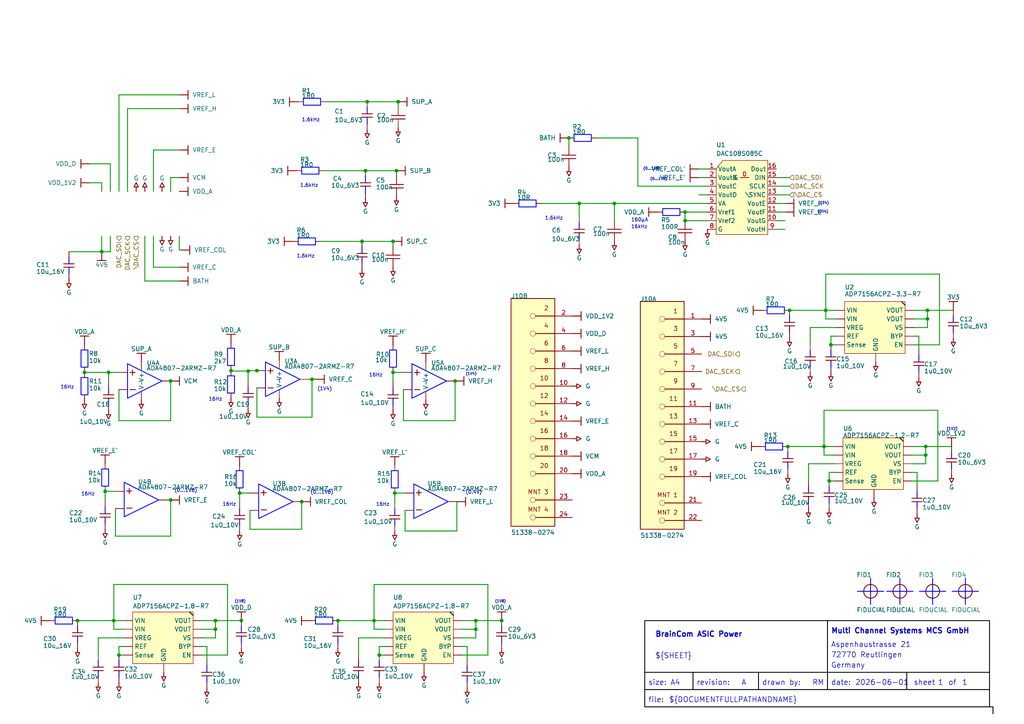
<source format=kicad_sch>
(kicad_sch (version 20230121) (generator eeschema)
  (paper "A4")
  (title_block (title "BrainCom ASIC Power") (rev "A"))
  (junction (at 138 180.0072))
  (junction (at 74.5 107.5072))
  (junction (at 114.5 143.0072))
  (junction (at 239.5 90.0072))
  (junction (at 22.5 180.0072))
  (junction (at 268.999 90.0072))
  (junction (at 33 180.0072))
  (junction (at 198.7 64.0072))
  (junction (at 71.97 107.6322))
  (junction (at 49.5 110.5072))
  (junction (at 241 100.0072))
  (junction (at 114 70.0072))
  (junction (at 228.5 129.5072))
  (junction (at 115 49.5072))
  (junction (at 31.5 108.0072))
  (junction (at 115.5 29.5072))
  (junction (at 105 70.0072))
  (junction (at 132 110.5072))
  (junction (at 268.499 129.5072))
  (junction (at 87.5 145.5072))
  (junction (at 29.5 73.0072))
  (junction (at 62.5 182.5072))
  (junction (at 69.5 143.0072))
  (junction (at 239 129.5072))
  (junction (at 268.499 132.0072))
  (junction (at 106 49.5072))
  (junction (at 67 107.5072))
  (junction (at 106.5 29.5072))
  (junction (at 62.5 180.0072))
  (junction (at 165 40.0072))
  (junction (at 24.5 108.0072))
  (junction (at 240.5 139.5072))
  (junction (at 145.5 180.0072))
  (junction (at 178.199 59.0072))
  (junction (at 108.5 180.0072))
  (junction (at 268.999 92.5072))
  (junction (at 114 108.0072))
  (junction (at 110 190.0072))
  (junction (at 168 59.0072))
  (junction (at 198.7 61.5072))
  (junction (at 98 180.0072))
  (junction (at 229 90.0072))
  (junction (at 70 180.0072))
  (junction (at 138 182.5072))
  (junction (at 34.5 190.0072))
  (junction (at 90.5 110.0072))
  (junction (at 30.5 142.5072))
  (junction (at 49.5 145.0072))
  (wire (pts (xy 37 55.5072) (xy 37 31.5072)) (stroke (width 0.254)))
  (wire (pts (xy 111.5 180.0072) (xy 108.5 180.0072)) (stroke (width 0.254)))
  (wire (pts (xy 62.5 185.0072) (xy 62.5 182.5072)) (stroke (width 0.254)))
  (wire (pts (xy 33.5 155.5072) (xy 33.5 147.5072)) (stroke (width 0.254)))
  (wire (pts (xy 265.999 137.0072) (xy 264.499 137.0072)) (stroke (width 0.254)))
  (wire (pts (xy 132 122.0072) (xy 117 122.0072)) (stroke (width 0.254)))
  (wire (pts (xy 34.5 27.5072) (xy 52 27.5072)) (stroke (width 0.254)))
  (wire (pts (xy 24.5 108.0072) (xy 31.5 108.0072)) (stroke (width 0.254)))
  (wire (pts (xy 115.5 29.5072) (xy 115.5 31.0072)) (stroke (width 0.254)))
  (wire (pts (xy 205.2 61.5072) (xy 198.7 61.5072)) (stroke (width 0.254)))
  (wire (pts (xy 110 187.5072) (xy 110 190.0072)) (stroke (width 0.254)))
  (wire (pts (xy 198.7 61.5072) (xy 198.7 64.0072)) (stroke (width 0.254)))
  (wire (pts (xy 72.5 148.0072) (xy 72.5 153.5072)) (stroke (width 0.254)))
  (wire (pts (xy 42 81.5072) (xy 42 68.5072)) (stroke (width 0.254)))
  (wire (pts (xy 239.5 90.0072) (xy 229 90.0072)) (stroke (width 0.254)))
  (wire (pts (xy 178.199 59.0072) (xy 205.2 59.0072)) (stroke (width 0.254)))
  (wire (pts (xy 134 182.5072) (xy 138 182.5072)) (stroke (width 0.254)))
  (wire (pts (xy 268.999 95.0072) (xy 268.999 92.5072)) (stroke (width 0.254)))
  (wire (pts (xy 114 70.0072) (xy 114 71.5072)) (stroke (width 0.254)))
  (wire (pts (xy 33 180.0072) (xy 33 169.5072)) (stroke (width 0.254)))
  (wire (pts (xy 67 107.6322) (xy 67 107.5072)) (stroke (width 0.254)))
  (wire (pts (xy 58.5 182.5072) (xy 62.5 182.5072)) (stroke (width 0.254)))
  (wire (pts (xy 264.499 132.0072) (xy 268.499 132.0072)) (stroke (width 0.254)))
  (wire (pts (xy 205.2 54.0072) (xy 185 54.0072)) (stroke (width 0.254)))
  (wire (pts (xy 32 55.5072) (xy 32 47.5072)) (stroke (width 0.254)))
  (wire (pts (xy 168 63.0072) (xy 168 59.0072)) (stroke (width 0.254)))
  (wire (pts (xy 74.5 112.5072) (xy 74.5 121.0072)) (stroke (width 0.254)))
  (wire (pts (xy 239 129.5072) (xy 239 119.0072)) (stroke (width 0.254)))
  (wire (pts (xy 115 49.5072) (xy 115 51.0072)) (stroke (width 0.254)))
  (wire (pts (xy 239.5 79.5072) (xy 272.499 79.5072)) (stroke (width 0.254)))
  (wire (pts (xy 114.5 143.0072) (xy 114.5 146.0072)) (stroke (width 0.254)))
  (wire (pts (xy 44.5 55.5072) (xy 44.5 43.5072)) (stroke (width 0.254)))
  (wire (pts (xy 132.5 154.0072) (xy 132.5 145.5072)) (stroke (width 0.254)))
  (wire (pts (xy 138 180.0072) (xy 145.5 180.0072)) (stroke (width 0.254)))
  (wire (pts (xy 264.999 90.0072) (xy 268.999 90.0072)) (stroke (width 0.254)))
  (wire (pts (xy 28.5 190.0072) (xy 28.5 185.0072)) (stroke (width 0.254)))
  (wire (pts (xy 108.5 182.5072) (xy 108.5 180.0072)) (stroke (width 0.254)))
  (wire (pts (xy 33 182.5072) (xy 33 180.0072)) (stroke (width 0.254)))
  (wire (pts (xy 49.5 51.5072) (xy 52 51.5072)) (stroke (width 0.254)))
  (wire (pts (xy 264.999 92.5072) (xy 268.999 92.5072)) (stroke (width 0.254)))
  (wire (pts (xy 241 97.5072) (xy 241 100.0072)) (stroke (width 0.254)))
  (wire (pts (xy 44.5 77.5072) (xy 52 77.5072)) (stroke (width 0.254)))
  (wire (pts (xy 268.999 92.5072) (xy 268.999 90.0072)) (stroke (width 0.254)))
  (wire (pts (xy 49.5 110.5072) (xy 49.5 122.0072)) (stroke (width 0.254)))
  (wire (pts (xy 268.499 132.0072) (xy 268.499 129.5072)) (stroke (width 0.254)))
  (wire (pts (xy 71.97 110.6322) (xy 71.97 107.6322)) (stroke (width 0.254)))
  (wire (pts (xy 239.5 90.0072) (xy 239.5 79.5072)) (stroke (width 0.254)))
  (wire (pts (xy 49.5 155.5072) (xy 33.5 155.5072)) (stroke (width 0.254)))
  (wire (pts (xy 235 100.0072) (xy 235 95.0072)) (stroke (width 0.254)))
  (wire (pts (xy 138 182.5072) (xy 138 180.0072)) (stroke (width 0.254)))
  (wire (pts (xy 60 191.5072) (xy 60 187.5072)) (stroke (width 0.254)))
  (wire (pts (xy 105 70.0072) (xy 114 70.0072)) (stroke (width 0.254)))
  (wire (pts (xy 58.5 180.0072) (xy 62.5 180.0072)) (stroke (width 0.254)))
  (wire (pts (xy 272.499 100.0072) (xy 264.999 100.0072)) (stroke (width 0.254)))
  (wire (pts (xy 66 169.5072) (xy 66 190.0072)) (stroke (width 0.254)))
  (wire (pts (xy 134 185.0072) (xy 138 185.0072)) (stroke (width 0.254)))
  (wire (pts (xy 117.5 143.0072) (xy 114.5 143.0072)) (stroke (width 0.254)))
  (wire (pts (xy 271.999 139.5072) (xy 264.499 139.5072)) (stroke (width 0.254)))
  (wire (pts (xy 108.5 180.0072) (xy 98 180.0072)) (stroke (width 0.254)))
  (wire (pts (xy 239 119.0072) (xy 271.999 119.0072)) (stroke (width 0.254)))
  (wire (pts (xy 165 42.5072) (xy 165 40.0072)) (stroke (width 0.254)))
  (wire (pts (xy 37 31.5072) (xy 52 31.5072)) (stroke (width 0.254)))
  (wire (pts (xy 72.5 143.0072) (xy 69.5 143.0072)) (stroke (width 0.254)))
  (wire (pts (xy 89.5 110.0072) (xy 90.5 110.0072)) (stroke (width 0.254)))
  (wire (pts (xy 33 180.0072) (xy 22.5 180.0072)) (stroke (width 0.254)))
  (wire (pts (xy 90.5 121.0072) (xy 90.5 110.0072)) (stroke (width 0.254)))
  (wire (pts (xy 108.5 169.5072) (xy 141.5 169.5072)) (stroke (width 0.254)))
  (wire (pts (xy 266.499 101.5072) (xy 266.499 97.5072)) (stroke (width 0.254)))
  (wire (pts (xy 264.999 95.0072) (xy 268.999 95.0072)) (stroke (width 0.254)))
  (wire (pts (xy 239 132.0072) (xy 239 129.5072)) (stroke (width 0.254)))
  (wire (pts (xy 205.2 49.0072) (xy 202.7 49.0072)) (stroke (width 0.254)))
  (wire (pts (xy 225.2 54.0072) (xy 229 54.0072)) (stroke (width 0.254)))
  (wire (pts (xy 33 169.5072) (xy 66 169.5072)) (stroke (width 0.254)))
  (wire (pts (xy 202.7 51.5072) (xy 205.2 51.5072)) (stroke (width 0.254)))
  (wire (pts (xy 62.5 180.0072) (xy 70 180.0072)) (stroke (width 0.254)))
  (wire (pts (xy 225.2 66.5072) (xy 227.7 66.5072)) (stroke (width 0.254)))
  (wire (pts (xy 49.5 55.5072) (xy 49.5 51.5072)) (stroke (width 0.254)))
  (wire (pts (xy 242.499 97.5072) (xy 241 97.5072)) (stroke (width 0.254)))
  (wire (pts (xy 271.999 119.0072) (xy 271.999 139.5072)) (stroke (width 0.254)))
  (wire (pts (xy 29.5 68.5072) (xy 29.5 73.0072)) (stroke (width 0.254)))
  (wire (pts (xy 36 182.5072) (xy 33 182.5072)) (stroke (width 0.254)))
  (wire (pts (xy 111.5 182.5072) (xy 108.5 182.5072)) (stroke (width 0.254)))
  (wire (pts (xy 90.5 110.0072) (xy 91.5 110.0072)) (stroke (width 0.254)))
  (wire (pts (xy 178.199 59.0072) (xy 168 59.0072)) (stroke (width 0.254)))
  (wire (pts (xy 138 185.0072) (xy 138 182.5072)) (stroke (width 0.254)))
  (wire (pts (xy 106 49.5072) (xy 115 49.5072)) (stroke (width 0.254)))
  (wire (pts (xy 242.499 90.0072) (xy 239.5 90.0072)) (stroke (width 0.254)))
  (wire (pts (xy 264.499 134.5072) (xy 268.499 134.5072)) (stroke (width 0.254)))
  (wire (pts (xy 117.5 154.0072) (xy 132.5 154.0072)) (stroke (width 0.254)))
  (wire (pts (xy 44.5 77.5072) (xy 44.5 68.5072)) (stroke (width 0.254)))
  (wire (pts (xy 106.5 29.5072) (xy 115.5 29.5072)) (stroke (width 0.254)))
  (wire (pts (xy 48.5 145.0072) (xy 49.5 145.0072)) (stroke (width 0.254)))
  (wire (pts (xy 266.499 97.5072) (xy 264.999 97.5072)) (stroke (width 0.254)))
  (wire (pts (xy 225.2 56.5072) (xy 229 56.5072)) (stroke (width 0.254)))
  (wire (pts (xy 268.499 134.5072) (xy 268.499 132.0072)) (stroke (width 0.254)))
  (wire (pts (xy 94 49.5072) (xy 106 49.5072)) (stroke (width 0.254)))
  (wire (pts (xy 94.5 29.5072) (xy 106.5 29.5072)) (stroke (width 0.254)))
  (wire (pts (xy 34.5 187.5072) (xy 34.5 190.0072)) (stroke (width 0.254)))
  (wire (pts (xy 33.5 142.5072) (xy 30.5 142.5072)) (stroke (width 0.254)))
  (wire (pts (xy 241 100.0072) (xy 242.499 100.0072)) (stroke (width 0.254)))
  (wire (pts (xy 72.5 153.5072) (xy 87.5 153.5072)) (stroke (width 0.254)))
  (wire (pts (xy 240.5 137.0072) (xy 240.5 139.5072)) (stroke (width 0.254)))
  (wire (pts (xy 87.5 153.5072) (xy 87.5 145.5072)) (stroke (width 0.254)))
  (wire (pts (xy 52 72.5072) (xy 52 68.5072)) (stroke (width 0.254)))
  (wire (pts (xy 34.5 108.0072) (xy 31.5 108.0072)) (stroke (width 0.254)))
  (wire (pts (xy 44.5 43.5072) (xy 52 43.5072)) (stroke (width 0.254)))
  (wire (pts (xy 132 110.5072) (xy 132 122.0072)) (stroke (width 0.254)))
  (wire (pts (xy 32 68.5072) (xy 32 73.0072)) (stroke (width 0.254)))
  (wire (pts (xy 225.2 51.5072) (xy 229 51.5072)) (stroke (width 0.254)))
  (wire (pts (xy 239 129.5072) (xy 228.5 129.5072)) (stroke (width 0.254)))
  (wire (pts (xy 32 73.0072) (xy 29.5 73.0072)) (stroke (width 0.254)))
  (wire (pts (xy 71.97 107.6322) (xy 67 107.6322)) (stroke (width 0.254)))
  (wire (pts (xy 141.5 190.0072) (xy 134 190.0072)) (stroke (width 0.254)))
  (wire (pts (xy 268.999 90.0072) (xy 276.499 90.0072)) (stroke (width 0.254)))
  (wire (pts (xy 36 187.5072) (xy 34.5 187.5072)) (stroke (width 0.254)))
  (wire (pts (xy 34.5 190.0072) (xy 36 190.0072)) (stroke (width 0.254)))
  (wire (pts (xy 235 95.0072) (xy 242.499 95.0072)) (stroke (width 0.254)))
  (wire (pts (xy 141.5 169.5072) (xy 141.5 190.0072)) (stroke (width 0.254)))
  (wire (pts (xy 28.5 185.0072) (xy 36 185.0072)) (stroke (width 0.254)))
  (wire (pts (xy 29.5 73.0072) (xy 20 73.0072)) (stroke (width 0.254)))
  (wire (pts (xy 29.5 55.5072) (xy 29.5 53.0072)) (stroke (width 0.254)))
  (wire (pts (xy 265.999 141.0072) (xy 265.999 137.0072)) (stroke (width 0.254)))
  (wire (pts (xy 69.5 143.0072) (xy 69.5 146.0072)) (stroke (width 0.254)))
  (wire (pts (xy 49.5 122.0072) (xy 34.5 122.0072)) (stroke (width 0.254)))
  (wire (pts (xy 185 54.0072) (xy 185 40.0072)) (stroke (width 0.254)))
  (wire (pts (xy 49.5 145.0072) (xy 49.5 155.5072)) (stroke (width 0.254)))
  (wire (pts (xy 31.5 111.0072) (xy 31.5 108.0072)) (stroke (width 0.254)))
  (wire (pts (xy 34.5 55.5072) (xy 34.5 27.5072)) (stroke (width 0.254)))
  (wire (pts (xy 241.999 129.5072) (xy 239 129.5072)) (stroke (width 0.254)))
  (wire (pts (xy 42 81.5072) (xy 52 81.5072)) (stroke (width 0.254)))
  (wire (pts (xy 111.5 187.5072) (xy 110 187.5072)) (stroke (width 0.254)))
  (wire (pts (xy 168 59.0072) (xy 157 59.0072)) (stroke (width 0.254)))
  (wire (pts (xy 117.5 148.0072) (xy 117.5 154.0072)) (stroke (width 0.254)))
  (wire (pts (xy 36 180.0072) (xy 33 180.0072)) (stroke (width 0.254)))
  (wire (pts (xy 227.7 64.0072) (xy 225.2 64.0072)) (stroke (width 0.254)))
  (wire (pts (xy 58.5 185.0072) (xy 62.5 185.0072)) (stroke (width 0.254)))
  (wire (pts (xy 110 190.0072) (xy 111.5 190.0072)) (stroke (width 0.254)))
  (wire (pts (xy 225.2 61.5072) (xy 227.7 61.5072)) (stroke (width 0.254)))
  (wire (pts (xy 66 190.0072) (xy 58.5 190.0072)) (stroke (width 0.254)))
  (wire (pts (xy 117 108.0072) (xy 114 108.0072)) (stroke (width 0.254)))
  (wire (pts (xy 62.5 182.5072) (xy 62.5 180.0072)) (stroke (width 0.254)))
  (wire (pts (xy 178.199 64.0072) (xy 178.199 59.0072)) (stroke (width 0.254)))
  (wire (pts (xy 234.5 139.5072) (xy 234.5 134.5072)) (stroke (width 0.254)))
  (wire (pts (xy 30.5 145.5072) (xy 30.5 142.5072)) (stroke (width 0.254)))
  (wire (pts (xy 268.499 129.5072) (xy 275.999 129.5072)) (stroke (width 0.254)))
  (wire (pts (xy 60 187.5072) (xy 58.5 187.5072)) (stroke (width 0.254)))
  (wire (pts (xy 205.2 64.0072) (xy 198.7 64.0072)) (stroke (width 0.254)))
  (wire (pts (xy 240.5 139.5072) (xy 241.999 139.5072)) (stroke (width 0.254)))
  (wire (pts (xy 74.5 121.0072) (xy 90.5 121.0072)) (stroke (width 0.254)))
  (wire (pts (xy 71.97 107.5072) (xy 71.97 107.6322)) (stroke (width 0.254)))
  (wire (pts (xy 34.5 122.0072) (xy 34.5 113.0072)) (stroke (width 0.254)))
  (wire (pts (xy 114 111.0072) (xy 114 108.0072)) (stroke (width 0.254)))
  (wire (pts (xy 241.999 132.0072) (xy 239 132.0072)) (stroke (width 0.254)))
  (wire (pts (xy 272.499 79.5072) (xy 272.499 100.0072)) (stroke (width 0.254)))
  (wire (pts (xy 108.5 180.0072) (xy 108.5 169.5072)) (stroke (width 0.254)))
  (wire (pts (xy 264.499 129.5072) (xy 268.499 129.5072)) (stroke (width 0.254)))
  (wire (pts (xy 135.5 191.5072) (xy 135.5 187.5072)) (stroke (width 0.254)))
  (wire (pts (xy 241.999 137.0072) (xy 240.5 137.0072)) (stroke (width 0.254)))
  (wire (pts (xy 185 40.0072) (xy 173 40.0072)) (stroke (width 0.254)))
  (wire (pts (xy 202.7 56.5072) (xy 205.2 56.5072)) (stroke (width 0.254)))
  (wire (pts (xy 52.5 72.5072) (xy 52 72.5072)) (stroke (width 0.254)))
  (wire (pts (xy 242.499 92.5072) (xy 239.5 92.5072)) (stroke (width 0.254)))
  (wire (pts (xy 227.7 59.0072) (xy 225.2 59.0072)) (stroke (width 0.254)))
  (wire (pts (xy 32 47.5072) (xy 26 47.5072)) (stroke (width 0.254)))
  (wire (pts (xy 234.5 134.5072) (xy 241.999 134.5072)) (stroke (width 0.254)))
  (wire (pts (xy 239.5 92.5072) (xy 239.5 90.0072)) (stroke (width 0.254)))
  (wire (pts (xy 29.5 53.0072) (xy 26 53.0072)) (stroke (width 0.254)))
  (wire (pts (xy 135.5 187.5072) (xy 134 187.5072)) (stroke (width 0.254)))
  (wire (pts (xy 104 185.0072) (xy 111.5 185.0072)) (stroke (width 0.254)))
  (wire (pts (xy 104 190.0072) (xy 104 185.0072)) (stroke (width 0.254)))
  (wire (pts (xy 134 180.0072) (xy 138 180.0072)) (stroke (width 0.254)))
  (wire (pts (xy 75 107.5072) (xy 74.5 107.5072)) (stroke (width 0.254)))
  (wire (pts (xy 93 70.0072) (xy 105 70.0072)) (stroke (width 0.254)))
  (wire (pts (xy 117 122.0072) (xy 117 113.0072)) (stroke (width 0.254)))
  (wire (pts (xy 74.5 107.5072) (xy 71.97 107.5072)) (stroke (width 0.254)))
  (polyline (pts (xy 220 195.0072) (xy 220 200.0072)) (stroke (width 0.254) (type solid) (color 0 0 0 1)))
  (polyline (pts (xy 240 195.0072) (xy 240 200.0072)) (stroke (width 0.254) (type solid) (color 0 0 0 1)))
  (polyline (pts (xy 288 207.0072) (xy 288 205.0072) (xy 187 205.0072) (xy 187 180.0072) (xy 287 180.0072) (xy 287 205.0072)) (stroke (width 0.254) (type solid) (color 0 0 0 1)))
  (polyline (pts (xy 201 195.0072) (xy 201 200.0072)) (stroke (width 0.254) (type solid) (color 0 0 0 1)))
  (polyline (pts (xy 240 180.0072) (xy 240 195.0072)) (stroke (width 0.254) (type solid) (color 0 0 0 1)))
  (polyline (pts (xy 187 195.0072) (xy 287 195.0072)) (stroke (width 0.254) (type solid) (color 0 0 0 1)))
  (polyline (pts (xy 187 200.0072) (xy 287 200.0072)) (stroke (width 0.254) (type solid) (color 0 0 0 1)))
  (polyline (pts (xy 263 195.0072) (xy 263 200.0072)) (stroke (width 0.254) (type solid) (color 0 0 0 1)))
  (text "(0...1V8)" (at 50.5 143.0072 0) (effects (font (size 1.016 1.016)) (justify left bottom)))
  (text "Multi Channel Systems MCS GmbH" (at 241 184.0072 0) (effects (font (size 1.524 1.524) bold) (justify left bottom)))
  (text "160µA" (at 183 64.5072 0) (effects (font (size 1.016 1.016)) (justify left bottom)))
  (text "1.6kHz" (at 158 64.0072 0) (effects (font (size 1.016 1.016)) (justify left bottom)))
  (text "file:" (at 188 204.0072 0) (effects (font (size 1.524 1.524)) (justify left bottom)))
  (text "16kHz" (at 183 66.5072 0) (effects (font (size 1.016 1.016)) (justify left bottom)))
  (text "revision:" (at 202 199.0072 0) (effects (font (size 1.524 1.524)) (justify left bottom)))
  (text "(1V4)" (at 92 113.5072 0) (effects (font (size 1.016 1.016)) (justify left bottom)))
  (text "date:" (at 241 199.0072 0) (effects (font (size 1.524 1.524)) (justify left bottom)))
  (text "(1V8)" (at 68 175.0072 0) (effects (font (size 0.762 0.762)) (justify left bottom)))
  (text "${CURRENT_DATE}" (at 248 199.0072 0) (effects (font (size 1.524 1.524)) (justify left bottom)))
  (text "16Hz" (at 64.5 147.0072 0) (effects (font (size 1.016 1.016)) (justify left bottom)))
  (text "16Hz" (at 109 147.0072 0) (effects (font (size 1.016 1.016)) (justify left bottom)))
  (text "(0...1V8)" (at 186.5 49.5072 0) (effects (font (size 0.762 0.762)) (justify left bottom)))
  (text "16Hz" (at 60.5 116.5072 0) (effects (font (size 1.016 1.016)) (justify left bottom)))
  (text "${##}" (at 279 199.0072 0) (effects (font (size 1.524 1.524)) (justify left bottom)))
  (text "(0...1V8)" (at 188.5 52.5072 0) (effects (font (size 0.762 0.762)) (justify left bottom)))
  (text "16Hz" (at 23.5 144.0072 0) (effects (font (size 1.016 1.016)) (justify left bottom)))
  (text "1.6kHz" (at 87.5 35.5072 0) (effects (font (size 1.016 1.016)) (justify left bottom)))
  (text "(0...1V8)" (at 90 143.5072 0) (effects (font (size 1.016 1.016)) (justify left bottom)))
  (text "16Hz" (at 107 109.5072 0) (effects (font (size 1.016 1.016)) (justify left bottom)))
  (text "72770 Reutlingen" (at 241 191.0072 0) (effects (font (size 1.524 1.524)) (justify left bottom)))
  (text "16Hz" (at 17.5 113.0072 0) (effects (font (size 1.016 1.016)) (justify left bottom)))
  (text "${DOCUMENTFULLPATHANDNAME}" (at 194 204.0072 0) (effects (font (size 1.524 1.524)) (justify left bottom)))
  (text "${REVISION}" (at 215 199.0072 0) (effects (font (size 1.524 1.524)) (justify left bottom)))
  (text "(1V2)" (at 274.499 125.0072 0) (effects (font (size 0.762 0.762)) (justify left bottom)))
  (text "${TITLE}" (at 190 185.0072 0) (effects (font (size 1.524 1.524) bold) (justify left bottom)))
  (text "drawn by:   RM" (at 221 199.0072 0) (effects (font (size 1.524 1.524)) (justify left bottom)))
  (text "size: A4" (at 188 199.0072 0) (effects (font (size 1.524 1.524)) (justify left bottom)))
  (text "(1V4)" (at 135 109.0072 0) (effects (font (size 0.762 0.762)) (justify left bottom)))
  (text "of" (at 275 199.0072 0) (effects (font (size 1.524 1.524)) (justify left bottom)))
  (text "(0.4V)" (at 135 143.5072 0) (effects (font (size 1.016 1.016)) (justify left bottom)))
  (text "1.6kHz" (at 87 54.5072 0) (effects (font (size 1.016 1.016)) (justify left bottom)))
  (text "(1V4)" (at 237.199 59.5072 0) (effects (font (size 0.762 0.762)) (justify left bottom)))
  (text "Aspenhaustrasse 21" (at 241 188.0072 0) (effects (font (size 1.524 1.524)) (justify left bottom)))
  (text "1.6kHz" (at 86 75.0072 0) (effects (font (size 1.016 1.016)) (justify left bottom)))
  (text "${SHEET}" (at 190 191.2572 0) (effects (font (size 1.524 1.524)) (justify left bottom)))
  (text "Germany" (at 241 194.0072 0) (effects (font (size 1.524 1.524)) (justify left bottom)))
  (text "(1V8)" (at 143.5 175.0072 0) (effects (font (size 0.762 0.762)) (justify left bottom)))
  (text "(0V4)" (at 237 62.0072 0) (effects (font (size 0.762 0.762)) (justify left bottom)))
  (text "${#}" (at 272 199.0072 0) (effects (font (size 1.524 1.524)) (justify left bottom)))
  (text "sheet" (at 265 199.0072 0) (effects (font (size 1.524 1.524)) (justify left bottom)))
  (hierarchical_label "DAC_SDI" (shape output) (at 34.5 68.5072 270))
  (hierarchical_label "DAC_SCK" (shape input) (at 229 54.0072 0))
  (hierarchical_label "\\DAC_CS" (shape output) (at 216.2 112.8472 180))
  (hierarchical_label "DAC_SCK" (shape output) (at 214.5 107.7672 180))
  (hierarchical_label "DAC_SDI" (shape input) (at 229 51.5072 0))
  (hierarchical_label "\\DAC_CS" (shape output) (at 39.5 68.5072 270))
  (hierarchical_label "\\DAC_CS" (shape input) (at 229 56.5072 0))
  (hierarchical_label "DAC_SCK" (shape output) (at 37 68.5072 270))
  (hierarchical_label "DAC_SDI" (shape output) (at 214.5 102.6872 180))
  (symbol (lib_id "BrainCom_PWRRevA-altium-import:root_0_FIDUCIAL") (at 270.499 171.5072 0) (unit 1)
    (property "Reference" "FID3" (at 266.435 167.4432 0) (effects (justify left bottom)))
    (property "Value" "FIDUCIAL" (at 266.435 177.6032 0) (effects (justify left bottom)))
    (property "Footprint" "Footprints:MFID0508" (effects hide))
    (property "ITEM NUMBER" "800-" (effects hide))
  )
  (symbol (lib_id "BrainCom_PWRRevA-altium-import:G") (at 105 78.0072 0) (unit 1)
    (property "Reference" "#PWR0203" (effects hide))
    (property "Value" "G" (at 105 81.8172 0))
  )
  (symbol (lib_id "BrainCom_PWRRevA-altium-import:G") (at 110 198.0072 0) (unit 1)
    (property "Reference" "#PWR0154" (effects hide))
    (property "Value" "G" (at 110 201.8172 0))
  )
  (symbol (lib_id "BrainCom_PWRRevA-altium-import:VDD_D") (at 70 180.0072 180) (unit 1)
    (property "Reference" "#PWR0169" (effects hide))
    (property "Value" "VDD_D" (at 70 176.1972 0))
  )
  (symbol (lib_id "BrainCom_PWRRevA-altium-import:G") (at 135.5 199.5072 0) (unit 1)
    (property "Reference" "#PWR0126" (effects hide))
    (property "Value" "G" (at 135.5 203.3172 0))
  )
  (symbol (lib_id "BrainCom_PWRRevA-altium-import:root_0_1u0_0402_10V") (at 235 108.0072 0) (unit 1)
    (property "Reference" "C16" (at 227.5 105.5072 0) (effects (justify left bottom)))
    (property "Value" "1u0_10V" (at 227 107.0072 0) (effects (justify left bottom)))
    (property "Footprint" "Footprints:C0402" (effects hide))
    (property "ITEM NUMBER" "5000041" (effects hide))
    (property "MPN" "1u0_0402_10V_ X7R" (effects hide))
    (property "MANUFACTURER" "div." (effects hide))
  )
  (symbol (lib_id "BrainCom_PWRRevA-altium-import:root_0_1u0_0402_10V") (at 104 198.0072 0) (unit 1)
    (property "Reference" "C35" (at 96.5 195.5072 0) (effects (justify left bottom)))
    (property "Value" "1u0_10V" (at 96 197.0072 0) (effects (justify left bottom)))
    (property "Footprint" "Footprints:C0402" (effects hide))
    (property "ITEM NUMBER" "5000041" (effects hide))
    (property "MPN" "1u0_0402_10V_ X7R" (effects hide))
    (property "MANUFACTURER" "div." (effects hide))
  )
  (symbol (lib_id "BrainCom_PWRRevA-altium-import:G") (at 166 111.9872 90) (unit 1)
    (property "Reference" "#PWR0129" (effects hide))
    (property "Value" "G" (at 169.81 111.9872 90) (effects (justify right)))
  )
  (symbol (lib_id "BrainCom_PWRRevA-altium-import:VREF_COL'") (at 69.5 135.0072 180) (unit 1)
    (property "Reference" "#PWR0176" (effects hide))
    (property "Value" "VREF_COL'" (at 69.5 131.1972 0))
  )
  (symbol (lib_id "BrainCom_PWRRevA-altium-import:root_0_FIDUCIAL") (at 260.999 171.5072 0) (unit 1)
    (property "Reference" "FID2" (at 256.935 167.4432 0) (effects (justify left bottom)))
    (property "Value" "FIDUCIAL" (at 256.935 177.6032 0) (effects (justify left bottom)))
    (property "Footprint" "Footprints:MFID0508" (effects hide))
    (property "ITEM NUMBER" "800-" (effects hide))
  )
  (symbol (lib_id "BrainCom_PWRRevA-altium-import:G") (at 198.7 70.0072 0) (unit 1)
    (property "Reference" "#PWR0108" (effects hide))
    (property "Value" "G" (at 198.7 73.8172 0))
  )
  (symbol (lib_id "BrainCom_PWRRevA-altium-import:root_3_10k_0402") (at 24.5 112.0072 0) (unit 1)
    (property "Reference" "R11" (at 25.754 111.2852 0) (effects (justify left bottom)))
    (property "Value" "10k" (at 25.754 113.3172 0) (effects (justify left bottom)))
    (property "Footprint" "Footprints:R0402" (effects hide))
    (property "ITEM NUMBER" "5000132" (effects hide))
    (property "MPN" "10k_0402_1%" (effects hide))
    (property "MANUFACTURER" "div." (effects hide))
  )
  (symbol (lib_id "BrainCom_PWRRevA-altium-import:G") (at 165 48.5072 0) (unit 1)
    (property "Reference" "#PWR0115" (effects hide))
    (property "Value" "G" (at 165 52.3172 0))
  )
  (symbol (lib_id "BrainCom_PWRRevA-altium-import:SUP_C") (at 123.5 105.0072 180) (unit 1)
    (property "Reference" "#PWR0159" (effects hide))
    (property "Value" "SUP_C" (at 123.5 101.1972 0))
  )
  (symbol (lib_id "BrainCom_PWRRevA-altium-import:VDD_A") (at 145.5 180.0072 180) (unit 1)
    (property "Reference" "#PWR0124" (effects hide))
    (property "Value" "VDD_A" (at 145.5 176.1972 0))
  )
  (symbol (lib_id "BrainCom_PWRRevA-altium-import:root_0_10u_6V3 0402") (at 70 188.0072 0) (unit 1)
    (property "Reference" "C28" (at 71.754 183.2852 0) (effects (justify left bottom)))
    (property "Value" "10u_6V3" (at 71.754 185.3172 0) (effects (justify left bottom)))
    (property "Footprint" "Footprints:C0402" (effects hide))
    (property "ITEM NUMBER" "5000379" (effects hide))
  )
  (symbol (lib_id "BrainCom_PWRRevA-altium-import:root_0_1u0_0402_10V") (at 240.5 147.5072 0) (unit 1)
    (property "Reference" "C25" (at 242 144.3472 0) (effects (justify left bottom)))
    (property "Value" "1u0_10V" (at 242 146.0072 0) (effects (justify left bottom)))
    (property "Footprint" "Footprints:C0402" (effects hide))
    (property "ITEM NUMBER" "5000041" (effects hide))
    (property "MPN" "1u0_0402_10V_ X7R" (effects hide))
    (property "MANUFACTURER" "div." (effects hide))
  )
  (symbol (lib_id "BrainCom_PWRRevA-altium-import:VDD_A") (at 24.5 100.0072 180) (unit 1)
    (property "Reference" "#PWR0187" (effects hide))
    (property "Value" "VDD_A" (at 24.5 96.1972 0))
  )
  (symbol (lib_id "BrainCom_PWRRevA-altium-import:root_0_ADA4807-2") (at 124.5 110.5072 0) (unit 1)
    (property "Reference" "U5" (at 125 106.0072 0) (effects (justify left bottom)))
    (property "Value" "ADA4807-2ARMZ-R7" (at 125 107.5072 0) (effects (justify left bottom)))
    (property "Footprint" "Footprints:UMSOP8" (effects hide))
    (property "MPN" "ADA4807-2ARMZ-R7" (effects hide))
    (property "ITEM NUMBER" "?" (effects hide))
    (property "MANUFACTURER" "AD" (effects hide))
  )
  (symbol (lib_id "BrainCom_PWRRevA-altium-import:VREF_H") (at 52 31.5072 90) (unit 1)
    (property "Reference" "#PWR0192" (effects hide))
    (property "Value" "VREF_H" (at 55.81 31.5072 90) (effects (justify right)))
  )
  (symbol (lib_id "BrainCom_PWRRevA-altium-import:VREF_H'") (at 114 100.0072 180) (unit 1)
    (property "Reference" "#PWR0161" (effects hide))
    (property "Value" "VREF_H'" (at 114 96.1972 0))
  )
  (symbol (lib_id "BrainCom_PWRRevA-altium-import:VREF_L") (at 166 101.8272 90) (unit 1)
    (property "Reference" "#PWR0127" (effects hide))
    (property "Value" "VREF_L" (at 169.81 101.8272 90) (effects (justify right)))
  )
  (symbol (lib_id "BrainCom_PWRRevA-altium-import:root_0_mirrored_ADP7156-1V8") (at 131.5 177.5072 0) (unit 1)
    (property "Reference" "U8" (at 114 174.0072 0) (effects (justify left bottom)))
    (property "Value" "ADP7156ACPZ-1.8-R7" (at 114 176.5072 0) (effects (justify left bottom)))
    (property "Footprint" "Footprints:ULFCSP10" (effects hide))
    (property "ITEM NUMBER" "?" (effects hide))
    (property "MPN" "ADP7156ACPZ-1.8-R7" (effects hide))
    (property "MANUFACTURER" "AD" (effects hide))
  )
  (symbol (lib_id "BrainCom_PWRRevA-altium-import:SUP_A") (at 41 105.0072 180) (unit 1)
    (property "Reference" "#PWR0215" (effects hide))
    (property "Value" "SUP_A" (at 41 101.1972 0))
  )
  (symbol (lib_id "BrainCom_PWRRevA-altium-import:G") (at 168 71.0072 0) (unit 1)
    (property "Reference" "#PWR0117" (effects hide))
    (property "Value" "G" (at 168 74.8172 0))
  )
  (symbol (lib_id "BrainCom_PWRRevA-altium-import:VREF_E") (at 49.5 145.0072 90) (unit 1)
    (property "Reference" "#PWR0168" (effects hide))
    (property "Value" "VREF_E" (at 53.31 145.0072 90) (effects (justify right)))
  )
  (symbol (lib_id "BrainCom_PWRRevA-altium-import:root_0_ADA4807-2") (at 123.5 145.5072 0) (unit 2)
    (property "Reference" "U5" (at 124 141.0072 0) (effects (justify left bottom)))
    (property "Value" "ADA4807-2ARMZ-R7" (at 124 142.5072 0) (effects (justify left bottom)))
    (property "Footprint" "Footprints:UMSOP8" (effects hide))
    (property "MPN" "ADA4807-2ARMZ-R7" (effects hide))
    (property "ITEM NUMBER" "?" (effects hide))
    (property "MANUFACTURER" "AD" (effects hide))
  )
  (symbol (lib_id "BrainCom_PWRRevA-altium-import:G") (at 241 108.0072 0) (unit 1)
    (property "Reference" "#PWR0150" (effects hide))
    (property "Value" "G" (at 241 111.8172 0))
  )
  (symbol (lib_id "BrainCom_PWRRevA-altium-import:root_0_1u0_0402_10V") (at 114.5 154.0072 0) (unit 1)
    (property "Reference" "C23" (at 105.5 149.5072 0) (effects (justify left bottom)))
    (property "Value" "1u0_10V" (at 105.5 152.0072 0) (effects (justify left bottom)))
    (property "Footprint" "Footprints:C0402" (effects hide))
    (property "ITEM NUMBER" "5000041" (effects hide))
    (property "MPN" "1u0_0402_10V_ X7R" (effects hide))
    (property "MANUFACTURER" "div." (effects hide))
  )
  (symbol (lib_id "BrainCom_PWRRevA-altium-import:G") (at 71.97 118.6322 0) (unit 1)
    (property "Reference" "#PWR0178" (effects hide))
    (property "Value" "G" (at 71.97 122.4422 0))
  )
  (symbol (lib_id "BrainCom_PWRRevA-altium-import:root_2_330R_0402") (at 90.5 29.5072 0) (unit 1)
    (property "Reference" "R1" (at 87.499 27.0082 0) (effects (justify left bottom)))
    (property "Value" "1R0" (at 87.499 28.5082 0) (effects (justify left bottom)))
    (property "Footprint" "Footprints:R0402" (effects hide))
    (property "ITEM NUMBER" "5000089" (effects hide))
  )
  (symbol (lib_id "BrainCom_PWRRevA-altium-import:root_2_330R_0402") (at 90 49.5072 0) (unit 1)
    (property "Reference" "R3" (at 86.999 47.0082 0) (effects (justify left bottom)))
    (property "Value" "1R0" (at 86.999 48.5082 0) (effects (justify left bottom)))
    (property "Footprint" "Footprints:R0402" (effects hide))
    (property "ITEM NUMBER" "5000089" (effects hide))
  )
  (symbol (lib_id "BrainCom_PWRRevA-altium-import:G") (at 123.5 116.0072 0) (unit 1)
    (property "Reference" "#PWR0160" (effects hide))
    (property "Value" "G" (at 123.5 119.8172 0))
  )
  (symbol (lib_id "BrainCom_PWRRevA-altium-import:G") (at 166 127.2272 90) (unit 1)
    (property "Reference" "#PWR0133" (effects hide))
    (property "Value" "G" (at 169.81 127.2272 90) (effects (justify right)))
  )
  (symbol (lib_id "BrainCom_PWRRevA-altium-import:root_0_1u0_0402_10V") (at 135.5 199.5072 0) (unit 1)
    (property "Reference" "C37" (at 137 196.3472 0) (effects (justify left bottom)))
    (property "Value" "1u0_10V" (at 137 198.3472 0) (effects (justify left bottom)))
    (property "Footprint" "Footprints:C0402" (effects hide))
    (property "ITEM NUMBER" "5000041" (effects hide))
    (property "MPN" "1u0_0402_10V_ X7R" (effects hide))
    (property "MANUFACTURER" "div." (effects hide))
  )
  (symbol (lib_id "BrainCom_PWRRevA-altium-import:SUP_C") (at 114 70.0072 90) (unit 1)
    (property "Reference" "#PWR0202" (effects hide))
    (property "Value" "SUP_C" (at 117.81 70.0072 90) (effects (justify right)))
  )
  (symbol (lib_id "BrainCom_PWRRevA-altium-import:G") (at 39.5 55.5072 180) (unit 1)
    (property "Reference" "#PWR0183" (effects hide))
    (property "Value" "G" (at 39.5 51.6972 0))
  )
  (symbol (lib_id "BrainCom_PWRRevA-altium-import:root_2_330R_0402") (at 169 40.0072 0) (unit 1)
    (property "Reference" "R2" (at 165.999 37.5082 0) (effects (justify left bottom)))
    (property "Value" "1R0" (at 165.999 39.0082 0) (effects (justify left bottom)))
    (property "Footprint" "Footprints:R0402" (effects hide))
    (property "ITEM NUMBER" "5000089" (effects hide))
  )
  (symbol (lib_id "BrainCom_PWRRevA-altium-import:root_1_C") (at 165 45.5072 0) (unit 1)
    (property "Reference" "C3" (at 158.75 45.7572 0) (effects (justify left bottom)))
    (property "Value" "100n" (at 158.75 47.0072 0) (effects (justify left bottom)))
    (property "Footprint" "Footprints:C0402" (effects hide))
    (property "ITEM NUMBER" "5000000" (effects hide))
    (property "MPN" "100nF_C0402" (effects hide))
  )
  (symbol (lib_id "BrainCom_PWRRevA-altium-import:root_0_FIDUCIAL") (at 279.999 171.5072 0) (unit 1)
    (property "Reference" "FID4" (at 275.935 167.4432 0) (effects (justify left bottom)))
    (property "Value" "FIDUCIAL" (at 275.935 177.6032 0) (effects (justify left bottom)))
    (property "Footprint" "Footprints:MFID0508" (effects hide))
    (property "ITEM NUMBER" "800-" (effects hide))
  )
  (symbol (lib_id "BrainCom_PWRRevA-altium-import:VREF_COL") (at 52.5 72.5072 90) (unit 1)
    (property "Reference" "#PWR0197" (effects hide))
    (property "Value" "VREF_COL" (at 56.31 72.5072 90) (effects (justify right)))
  )
  (symbol (lib_id "BrainCom_PWRRevA-altium-import:VREF_H'") (at 227.7 59.0072 90) (unit 1)
    (property "Reference" "#PWR0106" (effects hide))
    (property "Value" "VREF_H'" (at 231.51 59.0072 90) (effects (justify right)))
  )
  (symbol (lib_id "BrainCom_PWRRevA-altium-import:4V5") (at 90 180.0072 270) (unit 1)
    (property "Reference" "#PWR0152" (effects hide))
    (property "Value" "4V5" (at 86.19 180.0072 90) (effects (justify right)))
  )
  (symbol (lib_id "BrainCom_PWRRevA-altium-import:SUP_A") (at 115.5 29.5072 90) (unit 1)
    (property "Reference" "#PWR0205" (effects hide))
    (property "Value" "SUP_A" (at 119.31 29.5072 90) (effects (justify right)))
  )
  (symbol (lib_id "BrainCom_PWRRevA-altium-import:G") (at 114 119.0072 0) (unit 1)
    (property "Reference" "#PWR0157" (effects hide))
    (property "Value" "G" (at 114 122.8172 0))
  )
  (symbol (lib_id "BrainCom_PWRRevA-altium-import:4V5") (at 221 90.0072 270) (unit 1)
    (property "Reference" "#PWR0110" (effects hide))
    (property "Value" "4V5" (at 217.19 90.0072 90) (effects (justify right)))
  )
  (symbol (lib_id "BrainCom_PWRRevA-altium-import:root_1_C") (at 115 54.0072 0) (unit 1)
    (property "Reference" "C5" (at 109 53.0072 0) (effects (justify left bottom)))
    (property "Value" "100n" (at 109 55.0072 0) (effects (justify left bottom)))
    (property "Footprint" "Footprints:C0402" (effects hide))
    (property "ITEM NUMBER" "5000000" (effects hide))
    (property "MPN" "100nF_C0402" (effects hide))
  )
  (symbol (lib_id "BrainCom_PWRRevA-altium-import:root_0_1u0_0402_10V") (at 60 199.5072 0) (unit 1)
    (property "Reference" "C36" (at 61.5 196.3472 0) (effects (justify left bottom)))
    (property "Value" "1u0_10V" (at 61.5 198.3472 0) (effects (justify left bottom)))
    (property "Footprint" "Footprints:C0402" (effects hide))
    (property "ITEM NUMBER" "5000041" (effects hide))
    (property "MPN" "1u0_0402_10V_ X7R" (effects hide))
    (property "MANUFACTURER" "div." (effects hide))
  )
  (symbol (lib_id "BrainCom_PWRRevA-altium-import:VREF_L") (at 132.5 145.5072 90) (unit 1)
    (property "Reference" "#PWR0138" (effects hide))
    (property "Value" "VREF_L" (at 136.31 145.5072 90) (effects (justify right)))
  )
  (symbol (lib_id "BrainCom_PWRRevA-altium-import:VDD_A") (at 190.7 61.5072 270) (unit 1)
    (property "Reference" "#PWR0113" (effects hide))
    (property "Value" "VDD_A" (at 186.89 61.5072 90) (effects (justify right)))
  )
  (symbol (lib_id "BrainCom_PWRRevA-altium-import:4V5") (at 203.5 92.5272 90) (unit 1)
    (property "Reference" "#PWR0111" (effects hide))
    (property "Value" "4V5" (at 207.31 92.5272 90) (effects (justify right)))
  )
  (symbol (lib_id "BrainCom_PWRRevA-altium-import:root_3_10k_0402") (at 67 103.5072 0) (unit 1)
    (property "Reference" "R9" (at 62 103.5072 0) (effects (justify left bottom)))
    (property "Value" "2k7" (at 62 105.5072 0) (effects (justify left bottom)))
    (property "Footprint" "Footprints:R0402" (effects hide))
    (property "ITEM NUMBER" "5000132" (effects hide))
    (property "MPN" "10k_0402_1%" (effects hide))
    (property "MANUFACTURER" "div." (effects hide))
  )
  (symbol (lib_id "BrainCom_PWRRevA-altium-import:VCM") (at 52 51.5072 90) (unit 1)
    (property "Reference" "#PWR0195" (effects hide))
    (property "Value" "VCM" (at 55.81 51.5072 90) (effects (justify right)))
  )
  (symbol (lib_id "BrainCom_PWRRevA-altium-import:G") (at 205.2 66.5072 0) (unit 1)
    (property "Reference" "#PWR0107" (effects hide))
    (property "Value" "G" (at 205.2 70.3172 0))
  )
  (symbol (lib_id "BrainCom_PWRRevA-altium-import:root_0_10u_6V3 0402") (at 276.499 98.0072 0) (unit 1)
    (property "Reference" "C12" (at 278.253 93.2852 0) (effects (justify left bottom)))
    (property "Value" "10u_6V3" (at 278.253 95.3172 0) (effects (justify left bottom)))
    (property "Footprint" "Footprints:C0402" (effects hide))
    (property "ITEM NUMBER" "5000379" (effects hide))
  )
  (symbol (lib_id "BrainCom_PWRRevA-altium-import:3V3") (at 86.5 29.5072 270) (unit 1)
    (property "Reference" "#PWR0200" (effects hide))
    (property "Value" "3V3" (at 82.69 29.5072 90) (effects (justify right)))
  )
  (symbol (lib_id "BrainCom_PWRRevA-altium-import:root_2_330R_0402") (at 94 180.0072 0) (unit 1)
    (property "Reference" "R20" (at 90.999 177.5072 0) (effects (justify left bottom)))
    (property "Value" "1R0" (at 90.999 179.0072 0) (effects (justify left bottom)))
    (property "Footprint" "Footprints:R0402" (effects hide))
    (property "ITEM NUMBER" "5000089" (effects hide))
  )
  (symbol (lib_id "BrainCom_PWRRevA-altium-import:root_0_1u0_0402_10V") (at 28.5 198.0072 0) (unit 1)
    (property "Reference" "C34" (at 21 195.5072 0) (effects (justify left bottom)))
    (property "Value" "1u0_10V" (at 20.5 197.0072 0) (effects (justify left bottom)))
    (property "Footprint" "Footprints:C0402" (effects hide))
    (property "ITEM NUMBER" "5000041" (effects hide))
    (property "MPN" "1u0_0402_10V_ X7R" (effects hide))
    (property "MANUFACTURER" "div." (effects hide))
  )
  (symbol (lib_id "BrainCom_PWRRevA-altium-import:root_0_FIDUCIAL") (at 252.499 171.5072 0) (unit 1)
    (property "Reference" "FID1" (at 248.435 167.4432 0) (effects (justify left bottom)))
    (property "Value" "FIDUCIAL" (at 248.435 177.6032 0) (effects (justify left bottom)))
    (property "Footprint" "Footprints:MFID0508" (effects hide))
    (property "ITEM NUMBER" "800-" (effects hide))
  )
  (symbol (lib_id "BrainCom_PWRRevA-altium-import:root_0_1u0_0402_10V") (at 234.5 147.5072 0) (unit 1)
    (property "Reference" "C26" (at 227 145.0072 0) (effects (justify left bottom)))
    (property "Value" "1u0_10V" (at 226.5 146.5072 0) (effects (justify left bottom)))
    (property "Footprint" "Footprints:C0402" (effects hide))
    (property "ITEM NUMBER" "5000041" (effects hide))
    (property "MPN" "1u0_0402_10V_ X7R" (effects hide))
    (property "MANUFACTURER" "div." (effects hide))
  )
  (symbol (lib_id "BrainCom_PWRRevA-altium-import:VREF_L'") (at 114.5 135.0072 180) (unit 1)
    (property "Reference" "#PWR0156" (effects hide))
    (property "Value" "VREF_L'" (at 114.5 131.1972 0))
  )
  (symbol (lib_id "BrainCom_PWRRevA-altium-import:VREF_L") (at 52 27.5072 90) (unit 1)
    (property "Reference" "#PWR0193" (effects hide))
    (property "Value" "VREF_L" (at 55.81 27.5072 90) (effects (justify right)))
  )
  (symbol (lib_id "BrainCom_PWRRevA-altium-import:G") (at 34.5 198.0072 0) (unit 1)
    (property "Reference" "#PWR0173" (effects hide))
    (property "Value" "G" (at 34.5 201.8172 0))
  )
  (symbol (lib_id "BrainCom_PWRRevA-altium-import:3V3") (at 86 49.5072 270) (unit 1)
    (property "Reference" "#PWR0199" (effects hide))
    (property "Value" "3V3" (at 82.19 49.5072 90) (effects (justify right)))
  )
  (symbol (lib_id "BrainCom_PWRRevA-altium-import:G") (at 266.499 109.5072 0) (unit 1)
    (property "Reference" "#PWR0103" (effects hide))
    (property "Value" "G" (at 266.499 113.3172 0))
  )
  (symbol (lib_id "BrainCom_PWRRevA-altium-import:root_0_10u_16V") (at 98 188.0072 0) (unit 1)
    (property "Reference" "C31" (at 88 186.0072 0) (effects (justify left bottom)))
    (property "Value" "10u_16V" (at 88 188.0072 0) (effects (justify left bottom)))
    (property "Footprint" "Footprints:C0603" (effects hide))
    (property "ITEM NUMBER" "5000331" (effects hide))
  )
  (symbol (lib_id "BrainCom_PWRRevA-altium-import:root_0_1u0_0402_10V") (at 71.97 118.6322 0) (unit 1)
    (property "Reference" "C19" (at 68.5 118.0072 0) (effects (justify left bottom)))
    (property "Value" "1u0_10V" (at 63.5 121.5072 0) (effects (justify left bottom)))
    (property "Footprint" "Footprints:C0402" (effects hide))
    (property "ITEM NUMBER" "5000041" (effects hide))
    (property "MPN" "1u0_0402_10V_ X7R" (effects hide))
    (property "MANUFACTURER" "div." (effects hide))
  )
  (symbol (lib_id "BrainCom_PWRRevA-altium-import:VCM") (at 49.5 110.5072 90) (unit 1)
    (property "Reference" "#PWR0209" (effects hide))
    (property "Value" "VCM" (at 53.31 110.5072 90) (effects (justify right)))
  )
  (symbol (lib_id "BrainCom_PWRRevA-altium-import:root_0_ADA4807-2") (at 39.5 145.0072 0) (unit 2)
    (property "Reference" "U4" (at 40 140.5072 0) (effects (justify left bottom)))
    (property "Value" "ADA4807-2ARMZ-R7" (at 40 142.0072 0) (effects (justify left bottom)))
    (property "Footprint" "Footprints:UMSOP8" (effects hide))
    (property "MPN" "ADA4807-2ARMZ-R7" (effects hide))
    (property "ITEM NUMBER" "?" (effects hide))
    (property "MANUFACTURER" "AD" (effects hide))
  )
  (symbol (lib_id "BrainCom_PWRRevA-altium-import:G") (at 115.5 37.0072 0) (unit 1)
    (property "Reference" "#PWR0204" (effects hide))
    (property "Value" "G" (at 115.5 40.8172 0))
  )
  (symbol (lib_id "BrainCom_PWRRevA-altium-import:root_1_C") (at 115.5 34.0072 0) (unit 1)
    (property "Reference" "C2" (at 109.25 34.2572 0) (effects (justify left bottom)))
    (property "Value" "100n" (at 109.25 35.5072 0) (effects (justify left bottom)))
    (property "Footprint" "Footprints:C0402" (effects hide))
    (property "ITEM NUMBER" "5000000" (effects hide))
    (property "MPN" "100nF_C0402" (effects hide))
  )
  (symbol (lib_id "BrainCom_PWRRevA-altium-import:VREF_H") (at 132 110.5072 90) (unit 1)
    (property "Reference" "#PWR0137" (effects hide))
    (property "Value" "VREF_H" (at 135.81 110.5072 90) (effects (justify right)))
  )
  (symbol (lib_id "BrainCom_PWRRevA-altium-import:G") (at 47 55.5072 180) (unit 1)
    (property "Reference" "#PWR0190" (effects hide))
    (property "Value" "G" (at 47 51.6972 0))
  )
  (symbol (lib_id "BrainCom_PWRRevA-altium-import:VREF_C") (at 203.5 123.0072 90) (unit 1)
    (property "Reference" "#PWR0145" (effects hide))
    (property "Value" "VREF_C" (at 207.31 123.0072 90) (effects (justify right)))
  )
  (symbol (lib_id "BrainCom_PWRRevA-altium-import:root_0_10u_6V3 0402") (at 106.5 37.5072 0) (unit 1)
    (property "Reference" "C1" (at 97 33.0072 0) (effects (justify left bottom)))
    (property "Value" "10u_6V3" (at 97 35.5072 0) (effects (justify left bottom)))
    (property "Footprint" "Footprints:C0402" (effects hide))
    (property "ITEM NUMBER" "5000379" (effects hide))
  )
  (symbol (lib_id "BrainCom_PWRRevA-altium-import:3V3") (at 276.499 90.0072 180) (unit 1)
    (property "Reference" "#PWR0101" (effects hide))
    (property "Value" "3V3" (at 276.499 86.1972 0))
  )
  (symbol (lib_id "BrainCom_PWRRevA-altium-import:root_0_mirrored_ADP7156-1V8") (at 56 177.5072 0) (unit 1)
    (property "Reference" "U7" (at 38.5 174.0072 0) (effects (justify left bottom)))
    (property "Value" "ADP7156ACPZ-1.8-R7" (at 38.5 176.5072 0) (effects (justify left bottom)))
    (property "Footprint" "Footprints:ULFCSP10" (effects hide))
    (property "ITEM NUMBER" "?" (effects hide))
    (property "MPN" "ADP7156ACPZ-1.8-R7" (effects hide))
    (property "MANUFACTURER" "AD" (effects hide))
  )
  (symbol (lib_id "BrainCom_PWRRevA-altium-import:G") (at 115 57.0072 0) (unit 1)
    (property "Reference" "#PWR0208" (effects hide))
    (property "Value" "G" (at 115 60.8172 0))
  )
  (symbol (lib_id "BrainCom_PWRRevA-altium-import:root_0_1u0_0402_10V") (at 114 119.0072 0) (unit 1)
    (property "Reference" "C14" (at 104.5 115.0072 0) (effects (justify left bottom)))
    (property "Value" "1u0_10V" (at 104.5 117.5072 0) (effects (justify left bottom)))
    (property "Footprint" "Footprints:C0402" (effects hide))
    (property "ITEM NUMBER" "5000041" (effects hide))
    (property "MPN" "1u0_0402_10V_ X7R" (effects hide))
    (property "MANUFACTURER" "div." (effects hide))
  )
  (symbol (lib_id "BrainCom_PWRRevA-altium-import:root_2_330R_0402") (at 224.5 129.5072 0) (unit 1)
    (property "Reference" "R13" (at 221.499 127.0082 0) (effects (justify left bottom)))
    (property "Value" "1R0" (at 221.499 128.5082 0) (effects (justify left bottom)))
    (property "Footprint" "Footprints:R0402" (effects hide))
    (property "ITEM NUMBER" "5000089" (effects hide))
  )
  (symbol (lib_id "BrainCom_PWRRevA-altium-import:G") (at 47 68.5072 0) (unit 1)
    (property "Reference" "#PWR0182" (effects hide))
    (property "Value" "G" (at 47 72.3172 0))
  )
  (symbol (lib_id "BrainCom_PWRRevA-altium-import:G") (at 22.5 188.0072 0) (unit 1)
    (property "Reference" "#PWR0171" (effects hide))
    (property "Value" "G" (at 22.5 191.8172 0))
  )
  (symbol (lib_id "BrainCom_PWRRevA-altium-import:VDD_A") (at 67 99.5072 180) (unit 1)
    (property "Reference" "#PWR0177" (effects hide))
    (property "Value" "VDD_A" (at 67 95.6972 0))
  )
  (symbol (lib_id "BrainCom_PWRRevA-altium-import:G") (at 24.5 116.0072 0) (unit 1)
    (property "Reference" "#PWR0213" (effects hide))
    (property "Value" "G" (at 24.5 119.8172 0))
  )
  (symbol (lib_id "BrainCom_PWRRevA-altium-import:root_0_ADA4807-2") (at 78.5 145.5072 0) (unit 2)
    (property "Reference" "U3" (at 79 141.0072 0) (effects (justify left bottom)))
    (property "Value" "ADA4807-2ARMZ-R7" (at 79 142.5072 0) (effects (justify left bottom)))
    (property "Footprint" "Footprints:UMSOP8" (effects hide))
    (property "MPN" "ADA4807-2ARMZ-R7" (effects hide))
    (property "ITEM NUMBER" "?" (effects hide))
    (property "MANUFACTURER" "AD" (effects hide))
  )
  (symbol (lib_id "BrainCom_PWRRevA-altium-import:VREF_COL'") (at 202.7 49.0072 270) (unit 1)
    (property "Reference" "#PWR0118" (effects hide))
    (property "Value" "VREF_COL'" (at 198.89 49.0072 90) (effects (justify right)))
  )
  (symbol (lib_id "BrainCom_PWRRevA-altium-import:root_0_DAC108S085") (at 215.2 57.5072 0) (unit 1)
    (property "Reference" "U1" (at 207.7 42.7572 0) (effects (justify left bottom)))
    (property "Value" "DAC108S085C" (at 207.7 45.2572 0) (effects (justify left bottom)))
    (property "Footprint" "Footprints:UWQFN16H-0.5" (effects hide))
    (property "ITEM NUMBER" "5200353" (effects hide))
    (property "MPN" "DAC108S085CISQ/NOPB" (effects hide))
    (property "MANUFACTURER" "TI" (effects hide))
  )
  (symbol (lib_id "BrainCom_PWRRevA-altium-import:G") (at 203.5 133.1672 90) (unit 1)
    (property "Reference" "#PWR0122" (effects hide))
    (property "Value" "G" (at 207.31 133.1672 90) (effects (justify right)))
  )
  (symbol (lib_id "BrainCom_PWRRevA-altium-import:root_2_330R_0402") (at 89 70.0072 0) (unit 1)
    (property "Reference" "R6" (at 85.999 67.5082 0) (effects (justify left bottom)))
    (property "Value" "1R0" (at 85.999 69.0082 0) (effects (justify left bottom)))
    (property "Footprint" "Footprints:R0402" (effects hide))
    (property "ITEM NUMBER" "5000089" (effects hide))
  )
  (symbol (lib_id "BrainCom_PWRRevA-altium-import:G") (at 114.5 154.0072 0) (unit 1)
    (property "Reference" "#PWR0158" (effects hide))
    (property "Value" "G" (at 114.5 157.8172 0))
  )
  (symbol (lib_id "BrainCom_PWRRevA-altium-import:VDD_D") (at 26 47.5072 270) (unit 1)
    (property "Reference" "#PWR0179" (effects hide))
    (property "Value" "VDD_D" (at 22.19 47.5072 90) (effects (justify right)))
  )
  (symbol (lib_id "BrainCom_PWRRevA-altium-import:root_2_330R_0402") (at 18.5 180.0072 0) (unit 1)
    (property "Reference" "R19" (at 15.499 177.5072 0) (effects (justify left bottom)))
    (property "Value" "1R0" (at 15.499 179.0072 0) (effects (justify left bottom)))
    (property "Footprint" "Footprints:R0402" (effects hide))
    (property "ITEM NUMBER" "5000089" (effects hide))
  )
  (symbol (lib_id "BrainCom_PWRRevA-altium-import:G") (at 240.5 147.5072 0) (unit 1)
    (property "Reference" "#PWR0143" (effects hide))
    (property "Value" "G" (at 240.5 151.3172 0))
  )
  (symbol (lib_id "BrainCom_PWRRevA-altium-import:root_0_10u_16V") (at 228.5 137.5072 0) (unit 1)
    (property "Reference" "C21" (at 218.5 135.5072 0) (effects (justify left bottom)))
    (property "Value" "10u_16V" (at 218.5 137.5072 0) (effects (justify left bottom)))
    (property "Footprint" "Footprints:C0603" (effects hide))
    (property "ITEM NUMBER" "5000331" (effects hide))
  )
  (symbol (lib_id "BrainCom_PWRRevA-altium-import:root_1_C") (at 178.199 67.0072 0) (unit 1)
    (property "Reference" "C7" (at 171.949 67.2572 0) (effects (justify left bottom)))
    (property "Value" "100n" (at 171.949 68.5072 0) (effects (justify left bottom)))
    (property "Footprint" "Footprints:C0402" (effects hide))
    (property "ITEM NUMBER" "5000000" (effects hide))
    (property "MPN" "100nF_C0402" (effects hide))
  )
  (symbol (lib_id "BrainCom_PWRRevA-altium-import:G") (at 104 198.0072 0) (unit 1)
    (property "Reference" "#PWR0155" (effects hide))
    (property "Value" "G" (at 104 201.8172 0))
  )
  (symbol (lib_id "BrainCom_PWRRevA-altium-import:G") (at 67 115.5072 0) (unit 1)
    (property "Reference" "#PWR0210" (effects hide))
    (property "Value" "G" (at 67 119.3172 0))
  )
  (symbol (lib_id "BrainCom_PWRRevA-altium-import:root_0_mirrored_ADP7156-1V2") (at 262.499 87.5072 0) (unit 1)
    (property "Reference" "U2" (at 245 84.0072 0) (effects (justify left bottom)))
    (property "Value" "ADP7156ACPZ-3.3-R7" (at 245 86.0072 0) (effects (justify left bottom)))
    (property "Footprint" "Footprints:ULFCSP10" (effects hide))
    (property "ITEM NUMBER" "?" (effects hide))
    (property "MPN" "ADP7156ACPZ-3.3-R7" (effects hide))
    (property "MANUFACTURER" "AD" (effects hide))
  )
  (symbol (lib_id "BrainCom_PWRRevA-altium-import:root_0_10u_6V3 0402") (at 106 57.5072 0) (unit 1)
    (property "Reference" "C4" (at 96.5 52.5072 0) (effects (justify left bottom)))
    (property "Value" "10u_6V3" (at 96 54.5072 0) (effects (justify left bottom)))
    (property "Footprint" "Footprints:C0402" (effects hide))
    (property "ITEM NUMBER" "5000379" (effects hide))
  )
  (symbol (lib_id "BrainCom_PWRRevA-altium-import:G") (at 275.999 137.5072 0) (unit 1)
    (property "Reference" "#PWR0140" (effects hide))
    (property "Value" "G" (at 275.999 141.3172 0))
  )
  (symbol (lib_id "BrainCom_PWRRevA-altium-import:VREF_H") (at 166 106.9072 90) (unit 1)
    (property "Reference" "#PWR0128" (effects hide))
    (property "Value" "VREF_H" (at 169.81 106.9072 90) (effects (justify right)))
  )
  (symbol (lib_id "BrainCom_PWRRevA-altium-import:root_0_1u0_0402_10V") (at 110 198.0072 0) (unit 1)
    (property "Reference" "C33" (at 111.5 194.8472 0) (effects (justify left bottom)))
    (property "Value" "1u0_10V" (at 111.5 196.8472 0) (effects (justify left bottom)))
    (property "Footprint" "Footprints:C0402" (effects hide))
    (property "ITEM NUMBER" "5000041" (effects hide))
    (property "MPN" "1u0_0402_10V_ X7R" (effects hide))
    (property "MANUFACTURER" "div." (effects hide))
  )
  (symbol (lib_id "BrainCom_PWRRevA-altium-import:root_0_10u_16V") (at 20 81.0072 0) (unit 1)
    (property "Reference" "C11" (at 10.5 77.5072 0) (effects (justify left bottom)))
    (property "Value" "10u_16V" (at 10.5 79.5072 0) (effects (justify left bottom)))
    (property "Footprint" "Footprints:C0603" (effects hide))
    (property "ITEM NUMBER" "5000331" (effects hide))
  )
  (symbol (lib_id "BrainCom_PWRRevA-altium-import:G") (at 166 117.0672 90) (unit 1)
    (property "Reference" "#PWR0132" (effects hide))
    (property "Value" "G" (at 169.81 117.0672 90) (effects (justify right)))
  )
  (symbol (lib_id "BrainCom_PWRRevA-altium-import:VREF_E") (at 166 122.1472 90) (unit 1)
    (property "Reference" "#PWR0134" (effects hide))
    (property "Value" "VREF_E" (at 169.81 122.1472 90) (effects (justify right)))
  )
  (symbol (lib_id "BrainCom_PWRRevA-altium-import:G") (at 106 57.5072 0) (unit 1)
    (property "Reference" "#PWR0188" (effects hide))
    (property "Value" "G" (at 106 61.3172 0))
  )
  (symbol (lib_id "BrainCom_PWRRevA-altium-import:root_0_10u_6V3 0402") (at 145.5 188.0072 0) (unit 1)
    (property "Reference" "C29" (at 147.254 183.2852 0) (effects (justify left bottom)))
    (property "Value" "10u_6V3" (at 147.254 185.3172 0) (effects (justify left bottom)))
    (property "Footprint" "Footprints:C0402" (effects hide))
    (property "ITEM NUMBER" "5000379" (effects hide))
  )
  (symbol (lib_id "BrainCom_PWRRevA-altium-import:root_0_1u0_0402_10V") (at 265.999 149.0072 0) (unit 1)
    (property "Reference" "C27" (at 267.499 145.8472 0) (effects (justify left bottom)))
    (property "Value" "1u0_10V" (at 267.499 147.8472 0) (effects (justify left bottom)))
    (property "Footprint" "Footprints:C0402" (effects hide))
    (property "ITEM NUMBER" "5000041" (effects hide))
    (property "MPN" "1u0_0402_10V_ X7R" (effects hide))
    (property "MANUFACTURER" "div." (effects hide))
  )
  (symbol (lib_id "BrainCom_PWRRevA-altium-import:root_1_10k_0402") (at 67 111.5072 0) (unit 1)
    (property "Reference" "R12" (at 62 111.5072 0) (effects (justify left bottom)))
    (property "Value" "10k" (at 62 113.5072 0) (effects (justify left bottom)))
    (property "Footprint" "Footprints:R0402" (effects hide))
    (property "ITEM NUMBER" "5000132" (effects hide))
    (property "MPN" "10k_0402_1%" (effects hide))
    (property "MANUFACTURER" "div." (effects hide))
  )
  (symbol (lib_id "BrainCom_PWRRevA-altium-import:G") (at 203.5 128.0872 90) (unit 1)
    (property "Reference" "#PWR0121" (effects hide))
    (property "Value" "G" (at 207.31 128.0872 90) (effects (justify right)))
  )
  (symbol (lib_id "BrainCom_PWRRevA-altium-import:root_0_10u_6V3 0402") (at 275.999 137.5072 0) (unit 1)
    (property "Reference" "C20" (at 277.753 132.7852 0) (effects (justify left bottom)))
    (property "Value" "10u_6V3" (at 277.753 134.8172 0) (effects (justify left bottom)))
    (property "Footprint" "Footprints:C0402" (effects hide))
    (property "ITEM NUMBER" "5000379" (effects hide))
  )
  (symbol (lib_id "BrainCom_PWRRevA-altium-import:G") (at 42 55.5072 180) (unit 1)
    (property "Reference" "#PWR0184" (effects hide))
    (property "Value" "G" (at 42 51.6972 0))
  )
  (symbol (lib_id "BrainCom_PWRRevA-altium-import:G") (at 229 98.0072 0) (unit 1)
    (property "Reference" "#PWR0109" (effects hide))
    (property "Value" "G" (at 229 101.8172 0))
  )
  (symbol (lib_id "BrainCom_PWRRevA-altium-import:G") (at 30.5 153.5072 0) (unit 1)
    (property "Reference" "#PWR0167" (effects hide))
    (property "Value" "G" (at 30.5 157.3172 0))
  )
  (symbol (lib_id "BrainCom_PWRRevA-altium-import:BATH") (at 165 40.0072 270) (unit 1)
    (property "Reference" "#PWR0120" (effects hide))
    (property "Value" "BATH" (at 161.19 40.0072 90) (effects (justify right)))
  )
  (symbol (lib_id "BrainCom_PWRRevA-altium-import:root_1_C") (at 198.7 67.0072 0) (unit 1)
    (property "Reference" "C8" (at 193.699 69.5072 0) (effects (justify left bottom)))
    (property "Value" "100n" (at 193.699 71.0072 0) (effects (justify left bottom)))
    (property "Footprint" "Footprints:C0402" (effects hide))
    (property "ITEM NUMBER" "5000000" (effects hide))
    (property "MPN" "100nF_C0402" (effects hide))
  )
  (symbol (lib_id "BrainCom_PWRRevA-altium-import:G") (at 145.5 188.0072 0) (unit 1)
    (property "Reference" "#PWR0125" (effects hide))
    (property "Value" "G" (at 145.5 191.8172 0))
  )
  (symbol (lib_id "BrainCom_PWRRevA-altium-import:VDD_D") (at 166 96.7472 90) (unit 1)
    (property "Reference" "#PWR0131" (effects hide))
    (property "Value" "VDD_D" (at 169.81 96.7472 90) (effects (justify right)))
  )
  (symbol (lib_id "BrainCom_PWRRevA-altium-import:G") (at 41 116.0072 0) (unit 1)
    (property "Reference" "#PWR0216" (effects hide))
    (property "Value" "G" (at 41 119.8172 0))
  )
  (symbol (lib_id "BrainCom_PWRRevA-altium-import:root_0_330R_0402") (at 194.7 61.5072 0) (unit 1)
    (property "Reference" "R5" (at 191.699 64.5072 0) (effects (justify left bottom)))
    (property "Value" "100R" (at 191.699 66.5072 0) (effects (justify left bottom)))
    (property "Footprint" "Footprints:R0402" (effects hide))
    (property "ITEM NUMBER" "5000001" (effects hide))
  )
  (symbol (lib_id "BrainCom_PWRRevA-altium-import:G") (at 178.199 70.0072 0) (unit 1)
    (property "Reference" "#PWR0116" (effects hide))
    (property "Value" "G" (at 178.199 73.8172 0))
  )
  (symbol (lib_id "BrainCom_PWRRevA-altium-import:root_0_1u0_0402_10V") (at 266.499 109.5072 0) (unit 1)
    (property "Reference" "C17" (at 267.999 106.3472 0) (effects (justify left bottom)))
    (property "Value" "1u0_10V" (at 267.999 108.3472 0) (effects (justify left bottom)))
    (property "Footprint" "Footprints:C0402" (effects hide))
    (property "ITEM NUMBER" "5000041" (effects hide))
    (property "MPN" "1u0_0402_10V_ X7R" (effects hide))
    (property "MANUFACTURER" "div." (effects hide))
  )
  (symbol (lib_id "BrainCom_PWRRevA-altium-import:root_0_1u0_0402_10V") (at 31.5 119.0072 0) (unit 1)
    (property "Reference" "C18" (at 28 118.0072 0) (effects (justify left bottom)))
    (property "Value" "1u0_10V" (at 23 123.0072 0) (effects (justify left bottom)))
    (property "Footprint" "Footprints:C0402" (effects hide))
    (property "ITEM NUMBER" "5000041" (effects hide))
    (property "MPN" "1u0_0402_10V_ X7R" (effects hide))
    (property "MANUFACTURER" "div." (effects hide))
  )
  (symbol (lib_id "BrainCom_PWRRevA-altium-import:G") (at 69.5 154.0072 0) (unit 1)
    (property "Reference" "#PWR0165" (effects hide))
    (property "Value" "G" (at 69.5 157.8172 0))
  )
  (symbol (lib_id "BrainCom_PWRRevA-altium-import:SUP_B") (at 81 104.5072 180) (unit 1)
    (property "Reference" "#PWR0211" (effects hide))
    (property "Value" "SUP_B" (at 81 100.6972 0))
  )
  (symbol (lib_id "BrainCom_PWRRevA-altium-import:root_1_10k_0402") (at 114.5 139.0072 0) (unit 1)
    (property "Reference" "R15" (at 109.3 138.1322 0) (effects (justify left bottom)))
    (property "Value" "10k" (at 109.3 140.1322 0) (effects (justify left bottom)))
    (property "Footprint" "Footprints:R0402" (effects hide))
    (property "ITEM NUMBER" "5000132" (effects hide))
    (property "MPN" "10k_0402_1%" (effects hide))
    (property "MANUFACTURER" "div." (effects hide))
  )
  (symbol (lib_id "BrainCom_PWRRevA-altium-import:VREF_E'") (at 202.7 51.5072 270) (unit 1)
    (property "Reference" "#PWR0119" (effects hide))
    (property "Value" "VREF_E'" (at 198.89 51.5072 90) (effects (justify right)))
  )
  (symbol (lib_id "BrainCom_PWRRevA-altium-import:VCM") (at 166 132.3072 90) (unit 1)
    (property "Reference" "#PWR0135" (effects hide))
    (property "Value" "VCM" (at 169.81 132.3072 90) (effects (justify right)))
  )
  (symbol (lib_id "BrainCom_PWRRevA-altium-import:G") (at 234.5 147.5072 0) (unit 1)
    (property "Reference" "#PWR0144" (effects hide))
    (property "Value" "G" (at 234.5 151.3172 0))
  )
  (symbol (lib_id "BrainCom_PWRRevA-altium-import:root_0_ADA4807-2") (at 82 110.0072 0) (unit 1)
    (property "Reference" "U3" (at 82.5 105.5072 0) (effects (justify left bottom)))
    (property "Value" "ADA4807-2ARMZ-R7" (at 82.5 107.0072 0) (effects (justify left bottom)))
    (property "Footprint" "Footprints:UMSOP8" (effects hide))
    (property "MPN" "ADA4807-2ARMZ-R7" (effects hide))
    (property "ITEM NUMBER" "?" (effects hide))
    (property "MANUFACTURER" "AD" (effects hide))
  )
  (symbol (lib_id "BrainCom_PWRRevA-altium-import:VDD_1V2") (at 26 53.0072 270) (unit 1)
    (property "Reference" "#PWR0180" (effects hide))
    (property "Value" "VDD_1V2" (at 22.19 53.0072 90) (effects (justify right)))
  )
  (symbol (lib_id "BrainCom_PWRRevA-altium-import:4V5") (at 203.5 97.6072 90) (unit 1)
    (property "Reference" "#PWR0112" (effects hide))
    (property "Value" "4V5" (at 207.31 97.6072 90) (effects (justify right)))
  )
  (symbol (lib_id "BrainCom_PWRRevA-altium-import:VREF_C") (at 52 77.5072 90) (unit 1)
    (property "Reference" "#PWR0198" (effects hide))
    (property "Value" "VREF_C" (at 55.81 77.5072 90) (effects (justify right)))
  )
  (symbol (lib_id "BrainCom_PWRRevA-altium-import:VREF_E'") (at 30.5 134.5072 180) (unit 1)
    (property "Reference" "#PWR0214" (effects hide))
    (property "Value" "VREF_E'" (at 30.5 130.6972 0))
  )
  (symbol (lib_id "BrainCom_PWRRevA-altium-import:G") (at 253.999 105.0072 0) (unit 1)
    (property "Reference" "#PWR0104" (effects hide))
    (property "Value" "G" (at 253.999 108.8172 0))
  )
  (symbol (lib_id "BrainCom_PWRRevA-altium-import:BATH") (at 52 81.5072 90) (unit 1)
    (property "Reference" "#PWR0196" (effects hide))
    (property "Value" "BATH" (at 55.81 81.5072 90) (effects (justify right)))
  )
  (symbol (lib_id "BrainCom_PWRRevA-altium-import:G") (at 253.499 144.5072 0) (unit 1)
    (property "Reference" "#PWR0142" (effects hide))
    (property "Value" "G" (at 253.499 148.3172 0))
  )
  (symbol (lib_id "BrainCom_PWRRevA-altium-import:VDD_1V2") (at 275.999 129.5072 180) (unit 1)
    (property "Reference" "#PWR0141" (effects hide))
    (property "Value" "VDD_1V2" (at 275.999 125.6972 0))
  )
  (symbol (lib_id "BrainCom_PWRRevA-altium-import:root_0_10u_6V3 0402") (at 105 78.0072 0) (unit 1)
    (property "Reference" "C9" (at 96 73.5072 0) (effects (justify left bottom)))
    (property "Value" "10u_6V3" (at 96 75.5072 0) (effects (justify left bottom)))
    (property "Footprint" "Footprints:C0402" (effects hide))
    (property "ITEM NUMBER" "5000379" (effects hide))
  )
  (symbol (lib_id "BrainCom_PWRRevA-altium-import:root_0_mirrored_ADP7156-1V2") (at 261.999 127.0072 0) (unit 1)
    (property "Reference" "U6" (at 244.5 125.0072 0) (effects (justify left bottom)))
    (property "Value" "ADP7156ACPZ-1.2-R7" (at 244.5 127.0072 0) (effects (justify left bottom)))
    (property "Footprint" "Footprints:ULFCSP10" (effects hide))
    (property "ITEM NUMBER" "?" (effects hide))
    (property "MPN" "ADP7156ACPZ-1.2-R7" (effects hide))
    (property "MANUFACTURER" "AD" (effects hide))
  )
  (symbol (lib_id "BrainCom_PWRRevA-altium-import:VDD_1V2") (at 166 91.6672 90) (unit 1)
    (property "Reference" "#PWR0130" (effects hide))
    (property "Value" "VDD_1V2" (at 169.81 91.6672 90) (effects (justify right)))
  )
  (symbol (lib_id "BrainCom_PWRRevA-altium-import:VDD_A") (at 52 55.5072 90) (unit 1)
    (property "Reference" "#PWR0194" (effects hide))
    (property "Value" "VDD_A" (at 55.81 55.5072 90) (effects (justify right)))
  )
  (symbol (lib_id "BrainCom_PWRRevA-altium-import:root_0_a9c946a3d3a3c46641fab10f8716d2a") (at 166 91.6672 0) (unit 2)
    (property "Reference" "J10" (at 148.22 86.5872 0) (effects (justify left bottom)))
    (property "Value" "51338-0274" (at 148.22 155.1672 0) (effects (justify left bottom)))
    (property "Footprint" "Footprints:FP-51338-0274-MFG" (effects hide))
    (property "PITCH" "0.4mm" (effects hide))
    (property "DEPTH" "3.4mm" (effects hide))
    (property "GENDER" "Female" (effects hide))
    (property "CONTACT MATERIAL" "Bronze" (effects hide))
    (property "MIN OPERATING TEMPERATURE" "-25°C" (effects hide))
    (property "MATED STACKING HEIGHTS" "1.5mm" (effects hide))
    (property "PACKAGING" "Tape and Reel" (effects hide))
    (property "TERMINATION" "Solder" (effects hide))
    (property "MAX OPERATING TEMPERATURE" "85°C" (effects hide))
    (property "MOUNT" "Surface Mount" (effects hide))
    (property "HOUSING COLOR" "Black" (effects hide))
    (property "CONNECTOR TYPE" "Receptacle" (effects hide))
    (property "LENGTH" "7.26mm" (effects hide))
    (property "HOUSING MATERIAL" "Polymer" (effects hide))
    (property "NUMBER OF POSITIONS" "20" (effects hide))
    (property "NUMBER OF CONTACTS" "20" (effects hide))
    (property "ORIENTATION" "Straight" (effects hide))
    (property "CONTACT PLATING" "Gold" (effects hide))
    (property "NUMBER OF ROWS" "2" (effects hide))
  )
  (symbol (lib_id "BrainCom_PWRRevA-altium-import:4V5") (at 220.5 129.5072 270) (unit 1)
    (property "Reference" "#PWR0148" (effects hide))
    (property "Value" "4V5" (at 216.69 129.5072 90) (effects (justify right)))
  )
  (symbol (lib_id "BrainCom_PWRRevA-altium-import:G") (at 228.5 137.5072 0) (unit 1)
    (property "Reference" "#PWR0147" (effects hide))
    (property "Value" "G" (at 228.5 141.3172 0))
  )
  (symbol (lib_id "BrainCom_PWRRevA-altium-import:root_0_ADA4807-2") (at 42 110.5072 0) (unit 1)
    (property "Reference" "U4" (at 42.5 106.0072 0) (effects (justify left bottom)))
    (property "Value" "ADA4807-2ARMZ-R7" (at 42.5 107.5072 0) (effects (justify left bottom)))
    (property "Footprint" "Footprints:UMSOP8" (effects hide))
    (property "MPN" "ADA4807-2ARMZ-R7" (effects hide))
    (property "ITEM NUMBER" "?" (effects hide))
    (property "MANUFACTURER" "AD" (effects hide))
  )
  (symbol (lib_id "BrainCom_PWRRevA-altium-import:4V5") (at 29.5 73.0072 0) (unit 1)
    (property "Reference" "#PWR0185" (effects hide))
    (property "Value" "4V5" (at 29.5 76.8172 0))
  )
  (symbol (lib_id "BrainCom_PWRRevA-altium-import:VDD_A") (at 166 137.3872 90) (unit 1)
    (property "Reference" "#PWR0136" (effects hide))
    (property "Value" "VDD_A" (at 169.81 137.3872 90) (effects (justify right)))
  )
  (symbol (lib_id "BrainCom_PWRRevA-altium-import:G") (at 123 195.0072 0) (unit 1)
    (property "Reference" "#PWR0151" (effects hide))
    (property "Value" "G" (at 123 198.8172 0))
  )
  (symbol (lib_id "BrainCom_PWRRevA-altium-import:root_0_10u_16V") (at 229 98.0072 0) (unit 1)
    (property "Reference" "C13" (at 219 96.0072 0) (effects (justify left bottom)))
    (property "Value" "10u_16V" (at 219 98.0072 0) (effects (justify left bottom)))
    (property "Footprint" "Footprints:C0603" (effects hide))
    (property "ITEM NUMBER" "5000331" (effects hide))
  )
  (symbol (lib_id "BrainCom_PWRRevA-altium-import:SUP_B") (at 115 49.5072 90) (unit 1)
    (property "Reference" "#PWR0206" (effects hide))
    (property "Value" "SUP_B" (at 118.81 49.5072 90) (effects (justify right)))
  )
  (symbol (lib_id "BrainCom_PWRRevA-altium-import:BATH") (at 203.5 117.9272 90) (unit 1)
    (property "Reference" "#PWR0123" (effects hide))
    (property "Value" "BATH" (at 207.31 117.9272 90) (effects (justify right)))
  )
  (symbol (lib_id "BrainCom_PWRRevA-altium-import:G") (at 106.5 37.5072 0) (unit 1)
    (property "Reference" "#PWR0207" (effects hide))
    (property "Value" "G" (at 106.5 41.3172 0))
  )
  (symbol (lib_id "BrainCom_PWRRevA-altium-import:root_0_1u0_0402_10V") (at 34.5 198.0072 0) (unit 1)
    (property "Reference" "C32" (at 36 194.8472 0) (effects (justify left bottom)))
    (property "Value" "1u0_10V" (at 36 196.8472 0) (effects (justify left bottom)))
    (property "Footprint" "Footprints:C0402" (effects hide))
    (property "ITEM NUMBER" "5000041" (effects hide))
    (property "MPN" "1u0_0402_10V_ X7R" (effects hide))
    (property "MANUFACTURER" "div." (effects hide))
  )
  (symbol (lib_id "BrainCom_PWRRevA-altium-import:root_0_1u0_0402_10V") (at 241 108.0072 0) (unit 1)
    (property "Reference" "C15" (at 242.5 104.8472 0) (effects (justify left bottom)))
    (property "Value" "1u0_10V" (at 242.5 106.8472 0) (effects (justify left bottom)))
    (property "Footprint" "Footprints:C0402" (effects hide))
    (property "ITEM NUMBER" "5000041" (effects hide))
    (property "MPN" "1u0_0402_10V_ X7R" (effects hide))
    (property "MANUFACTURER" "div." (effects hide))
  )
  (symbol (lib_id "BrainCom_PWRRevA-altium-import:G") (at 98 188.0072 0) (unit 1)
    (property "Reference" "#PWR0153" (effects hide))
    (property "Value" "G" (at 98 191.8172 0))
  )
  (symbol (lib_id "BrainCom_PWRRevA-altium-import:root_0_1u0_0402_10V") (at 69.5 154.0072 0) (unit 1)
    (property "Reference" "C24" (at 61.5 150.5072 0) (effects (justify left bottom)))
    (property "Value" "1u0_10V" (at 61 153.0072 0) (effects (justify left bottom)))
    (property "Footprint" "Footprints:C0402" (effects hide))
    (property "ITEM NUMBER" "5000041" (effects hide))
    (property "MPN" "1u0_0402_10V_ X7R" (effects hide))
    (property "MANUFACTURER" "div." (effects hide))
  )
  (symbol (lib_id "BrainCom_PWRRevA-altium-import:G") (at 47.5 195.0072 0) (unit 1)
    (property "Reference" "#PWR0170" (effects hide))
    (property "Value" "G" (at 47.5 198.8172 0))
  )
  (symbol (lib_id "BrainCom_PWRRevA-altium-import:root_0_10u_16V") (at 22.5 188.0072 0) (unit 1)
    (property "Reference" "C30" (at 12.5 186.0072 0) (effects (justify left bottom)))
    (property "Value" "10u_16V" (at 12.5 188.0072 0) (effects (justify left bottom)))
    (property "Footprint" "Footprints:C0603" (effects hide))
    (property "ITEM NUMBER" "5000331" (effects hide))
  )
  (symbol (lib_id "BrainCom_PWRRevA-altium-import:G") (at 60 199.5072 0) (unit 1)
    (property "Reference" "#PWR0174" (effects hide))
    (property "Value" "G" (at 60 203.3172 0))
  )
  (symbol (lib_id "BrainCom_PWRRevA-altium-import:root_1_10k_0402") (at 69.5 139.0072 0) (unit 1)
    (property "Reference" "R16" (at 65 139.0072 0) (effects (justify left bottom)))
    (property "Value" "10k" (at 65 141.0072 0) (effects (justify left bottom)))
    (property "Footprint" "Footprints:R0402" (effects hide))
    (property "ITEM NUMBER" "5000132" (effects hide))
    (property "MPN" "10k_0402_1%" (effects hide))
    (property "MANUFACTURER" "div." (effects hide))
  )
  (symbol (lib_id "BrainCom_PWRRevA-altium-import:root_1_10k_0402") (at 30.5 138.5072 0) (unit 1)
    (property "Reference" "R14" (at 25.5 138.0072 0) (effects (justify left bottom)))
    (property "Value" "10k" (at 25.5 140.0072 0) (effects (justify left bottom)))
    (property "Footprint" "Footprints:R0402" (effects hide))
    (property "ITEM NUMBER" "5000132" (effects hide))
    (property "MPN" "10k_0402_1%" (effects hide))
    (property "MANUFACTURER" "div." (effects hide))
  )
  (symbol (lib_id "BrainCom_PWRRevA-altium-import:G") (at 81 115.5072 0) (unit 1)
    (property "Reference" "#PWR0163" (effects hide))
    (property "Value" "G" (at 81 119.3172 0))
  )
  (symbol (lib_id "BrainCom_PWRRevA-altium-import:G") (at 114 77.5072 0) (unit 1)
    (property "Reference" "#PWR0201" (effects hide))
    (property "Value" "G" (at 114 81.3172 0))
  )
  (symbol (lib_id "BrainCom_PWRRevA-altium-import:root_0_10u_6V3 0402") (at 168 71.0072 0) (unit 1)
    (property "Reference" "C6" (at 160 67.5072 0) (effects (justify left bottom)))
    (property "Value" "10u_6V3" (at 160 70.0072 0) (effects (justify left bottom)))
    (property "Footprint" "Footprints:C0402" (effects hide))
    (property "ITEM NUMBER" "5000379" (effects hide))
  )
  (symbol (lib_id "BrainCom_PWRRevA-altium-import:4V5") (at 14.5 180.0072 270) (unit 1)
    (property "Reference" "#PWR0166" (effects hide))
    (property "Value" "4V5" (at 10.69 180.0072 90) (effects (justify right)))
  )
  (symbol (lib_id "BrainCom_PWRRevA-altium-import:VREF_E") (at 52 43.5072 90) (unit 1)
    (property "Reference" "#PWR0191" (effects hide))
    (property "Value" "VREF_E" (at 55.81 43.5072 90) (effects (justify right)))
  )
  (symbol (lib_id "BrainCom_PWRRevA-altium-import:3V3") (at 85 70.0072 270) (unit 1)
    (property "Reference" "#PWR0189" (effects hide))
    (property "Value" "3V3" (at 81.19 70.0072 90) (effects (justify right)))
  )
  (symbol (lib_id "BrainCom_PWRRevA-altium-import:G") (at 235 108.0072 0) (unit 1)
    (property "Reference" "#PWR0149" (effects hide))
    (property "Value" "G" (at 235 111.8172 0))
  )
  (symbol (lib_id "BrainCom_PWRRevA-altium-import:G") (at 20 81.0072 0) (unit 1)
    (property "Reference" "#PWR0186" (effects hide))
    (property "Value" "G" (at 20 84.8172 0))
  )
  (symbol (lib_id "BrainCom_PWRRevA-altium-import:root_0_1u0_0402_10V") (at 30.5 153.5072 0) (unit 1)
    (property "Reference" "C22" (at 20 149.5072 0) (effects (justify left bottom)))
    (property "Value" "1u0_10V" (at 20 151.5072 0) (effects (justify left bottom)))
    (property "Footprint" "Footprints:C0402" (effects hide))
    (property "ITEM NUMBER" "5000041" (effects hide))
    (property "MPN" "1u0_0402_10V_ X7R" (effects hide))
    (property "MANUFACTURER" "div." (effects hide))
  )
  (symbol (lib_id "BrainCom_PWRRevA-altium-import:root_1_10k_0402") (at 114 104.0072 0) (unit 1)
    (property "Reference" "R10" (at 109 103.5072 0) (effects (justify left bottom)))
    (property "Value" "10k" (at 108.8 105.1322 0) (effects (justify left bottom)))
    (property "Footprint" "Footprints:R0402" (effects hide))
    (property "ITEM NUMBER" "5000132" (effects hide))
    (property "MPN" "10k_0402_1%" (effects hide))
    (property "MANUFACTURER" "div." (effects hide))
  )
  (symbol (lib_id "BrainCom_PWRRevA-altium-import:G") (at 265.999 149.0072 0) (unit 1)
    (property "Reference" "#PWR0139" (effects hide))
    (property "Value" "G" (at 265.999 152.8172 0))
  )
  (symbol (lib_id "BrainCom_PWRRevA-altium-import:root_2_330R_0402") (at 153 59.0072 0) (unit 1)
    (property "Reference" "R4" (at 149.999 56.5082 0) (effects (justify left bottom)))
    (property "Value" "10R" (at 149.999 58.0082 0) (effects (justify left bottom)))
    (property "Footprint" "Footprints:R0402" (effects hide))
    (property "ITEM NUMBER" "5000047" (effects hide))
  )
  (symbol (lib_id "BrainCom_PWRRevA-altium-import:VREF_COL") (at 203.5 138.2472 90) (unit 1)
    (property "Reference" "#PWR0146" (effects hide))
    (property "Value" "VREF_COL" (at 207.31 138.2472 90) (effects (justify right)))
  )
  (symbol (lib_id "BrainCom_PWRRevA-altium-import:VREF_COL") (at 87.5 145.5072 90) (unit 1)
    (property "Reference" "#PWR0164" (effects hide))
    (property "Value" "VREF_COL" (at 91.31 145.5072 90) (effects (justify right)))
  )
  (symbol (lib_id "BrainCom_PWRRevA-altium-import:G") (at 49.5 68.5072 0) (unit 1)
    (property "Reference" "#PWR0181" (effects hide))
    (property "Value" "G" (at 49.5 72.3172 0))
  )
  (symbol (lib_id "BrainCom_PWRRevA-altium-import:root_1_C") (at 114 74.5072 0) (unit 1)
    (property "Reference" "C10" (at 107.75 74.7572 0) (effects (justify left bottom)))
    (property "Value" "100n" (at 107.75 76.0072 0) (effects (justify left bottom)))
    (property "Footprint" "Footprints:C0402" (effects hide))
    (property "ITEM NUMBER" "5000000" (effects hide))
    (property "MPN" "100nF_C0402" (effects hide))
  )
  (symbol (lib_id "BrainCom_PWRRevA-altium-import:3V3") (at 149 59.0072 270) (unit 1)
    (property "Reference" "#PWR0114" (effects hide))
    (property "Value" "3V3" (at 145.19 59.0072 90) (effects (justify right)))
  )
  (symbol (lib_id "BrainCom_PWRRevA-altium-import:root_2_330R_0402") (at 225 90.0072 0) (unit 1)
    (property "Reference" "R7" (at 221.999 87.5082 0) (effects (justify left bottom)))
    (property "Value" "1R0" (at 221.999 89.0082 0) (effects (justify left bottom)))
    (property "Footprint" "Footprints:R0402" (effects hide))
    (property "ITEM NUMBER" "5000089" (effects hide))
  )
  (symbol (lib_id "BrainCom_PWRRevA-altium-import:VREF_C") (at 91.5 110.0072 90) (unit 1)
    (property "Reference" "#PWR0162" (effects hide))
    (property "Value" "VREF_C" (at 95.31 110.0072 90) (effects (justify right)))
  )
  (symbol (lib_id "BrainCom_PWRRevA-altium-import:VREF_L'") (at 227.7 61.5072 90) (unit 1)
    (property "Reference" "#PWR0105" (effects hide))
    (property "Value" "VREF_L'" (at 231.51 61.5072 90) (effects (justify right)))
  )
  (symbol (lib_id "BrainCom_PWRRevA-altium-import:root_0_a9c946a3d3a3c46641fab10f8716d2a") (at 203.5 92.5272 0) (unit 1)
    (property "Reference" "J10" (at 185.72 87.4472 0) (effects (justify left bottom)))
    (property "Value" "51338-0274" (at 185.72 156.0272 0) (effects (justify left bottom)))
    (property "Footprint" "Footprints:FP-51338-0274-MFG" (effects hide))
    (property "PITCH" "0.4mm" (effects hide))
    (property "DEPTH" "3.4mm" (effects hide))
    (property "GENDER" "Female" (effects hide))
    (property "CONTACT MATERIAL" "Bronze" (effects hide))
    (property "MIN OPERATING TEMPERATURE" "-25°C" (effects hide))
    (property "MATED STACKING HEIGHTS" "1.5mm" (effects hide))
    (property "PACKAGING" "Tape and Reel" (effects hide))
    (property "TERMINATION" "Solder" (effects hide))
    (property "MAX OPERATING TEMPERATURE" "85°C" (effects hide))
    (property "MOUNT" "Surface Mount" (effects hide))
    (property "HOUSING COLOR" "Black" (effects hide))
    (property "CONNECTOR TYPE" "Receptacle" (effects hide))
    (property "LENGTH" "7.26mm" (effects hide))
    (property "HOUSING MATERIAL" "Polymer" (effects hide))
    (property "NUMBER OF POSITIONS" "20" (effects hide))
    (property "NUMBER OF CONTACTS" "20" (effects hide))
    (property "ORIENTATION" "Straight" (effects hide))
    (property "CONTACT PLATING" "Gold" (effects hide))
    (property "NUMBER OF ROWS" "2" (effects hide))
  )
  (symbol (lib_id "BrainCom_PWRRevA-altium-import:G") (at 31.5 119.0072 0) (unit 1)
    (property "Reference" "#PWR0212" (effects hide))
    (property "Value" "G" (at 31.5 122.8172 0))
  )
  (symbol (lib_id "BrainCom_PWRRevA-altium-import:root_3_10k_0402") (at 24.5 104.0072 0) (unit 1)
    (property "Reference" "R8" (at 25.754 103.2852 0) (effects (justify left bottom)))
    (property "Value" "10k" (at 25.754 105.3172 0) (effects (justify left bottom)))
    (property "Footprint" "Footprints:R0402" (effects hide))
    (property "ITEM NUMBER" "5000132" (effects hide))
    (property "MPN" "10k_0402_1%" (effects hide))
    (property "MANUFACTURER" "div." (effects hide))
  )
  (symbol (lib_id "BrainCom_PWRRevA-altium-import:G") (at 276.499 98.0072 0) (unit 1)
    (property "Reference" "#PWR0102" (effects hide))
    (property "Value" "G" (at 276.499 101.8172 0))
  )
  (symbol (lib_id "BrainCom_PWRRevA-altium-import:G") (at 70 188.0072 0) (unit 1)
    (property "Reference" "#PWR0175" (effects hide))
    (property "Value" "G" (at 70 191.8172 0))
  )
  (symbol (lib_id "BrainCom_PWRRevA-altium-import:G") (at 28.5 198.0072 0) (unit 1)
    (property "Reference" "#PWR0172" (effects hide))
    (property "Value" "G" (at 28.5 201.8172 0))
  )
)
</source>
